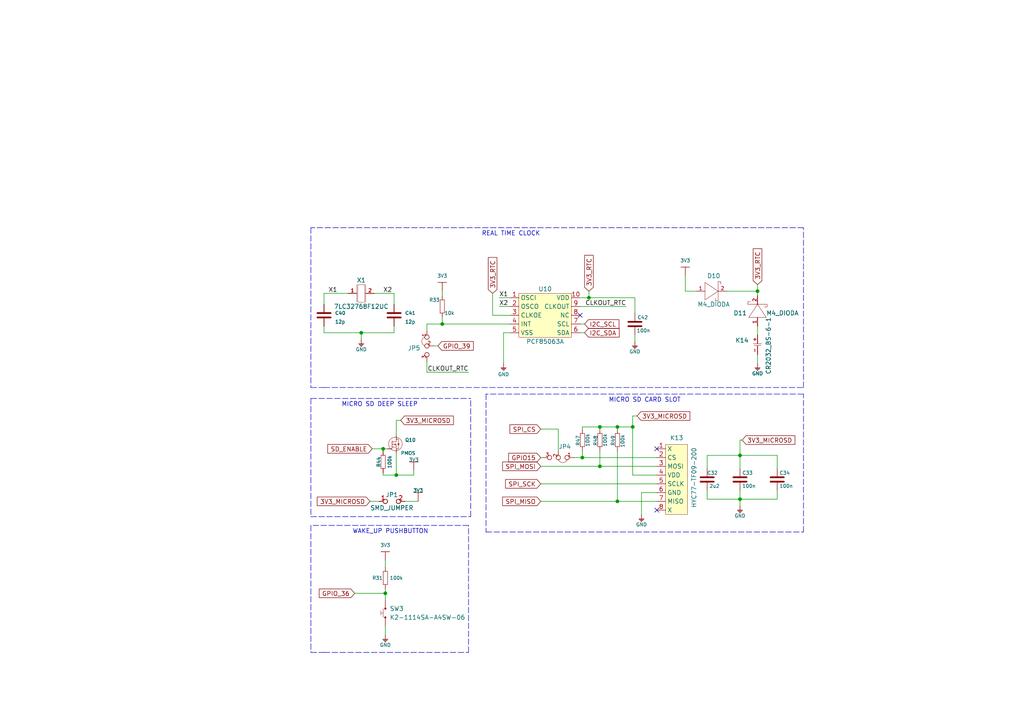
<source format=kicad_sch>
(kicad_sch (version 20211123) (generator eeschema)

  (uuid 8517d222-d98b-4bea-ba28-d603618b338d)

  (paper "A4")

  (title_block
    (title "Soldered Inkplate 6")
    (date "2022-11-16")
    (rev "V1.2.0")
    (company "SOLDERED")
    (comment 1 "333232")
  )

  (lib_symbols
    (symbol "e-radionica.com schematics:0603C" (pin_numbers hide) (pin_names (offset 0.002)) (in_bom yes) (on_board yes)
      (property "Reference" "C" (id 0) (at 0 3.81 0)
        (effects (font (size 1 1)))
      )
      (property "Value" "0603C" (id 1) (at 0 -3.175 0)
        (effects (font (size 1 1)))
      )
      (property "Footprint" "e-radionica.com footprinti:0603C" (id 2) (at 0.635 -4.445 0)
        (effects (font (size 1 1)) hide)
      )
      (property "Datasheet" "" (id 3) (at 0 0 0)
        (effects (font (size 1 1)) hide)
      )
      (symbol "0603C_0_1"
        (polyline
          (pts
            (xy -0.635 1.905)
            (xy -0.635 -1.905)
          )
          (stroke (width 0.5) (type default) (color 0 0 0 0))
          (fill (type none))
        )
        (polyline
          (pts
            (xy 0.635 1.905)
            (xy 0.635 -1.905)
          )
          (stroke (width 0.5) (type default) (color 0 0 0 0))
          (fill (type none))
        )
      )
      (symbol "0603C_1_1"
        (pin passive line (at -3.175 0 0) (length 2.54)
          (name "~" (effects (font (size 1.27 1.27))))
          (number "1" (effects (font (size 1.27 1.27))))
        )
        (pin passive line (at 3.175 0 180) (length 2.54)
          (name "~" (effects (font (size 1.27 1.27))))
          (number "2" (effects (font (size 1.27 1.27))))
        )
      )
    )
    (symbol "e-radionica.com schematics:0603R" (pin_numbers hide) (pin_names (offset 0.254)) (in_bom yes) (on_board yes)
      (property "Reference" "R" (id 0) (at 0 1.27 0)
        (effects (font (size 1 1)))
      )
      (property "Value" "0603R" (id 1) (at 0 -1.905 0)
        (effects (font (size 1 1)))
      )
      (property "Footprint" "e-radionica.com footprinti:0603R" (id 2) (at 0 -3.81 0)
        (effects (font (size 1 1)) hide)
      )
      (property "Datasheet" "" (id 3) (at -0.635 1.905 0)
        (effects (font (size 1 1)) hide)
      )
      (symbol "0603R_0_1"
        (rectangle (start -1.905 -0.635) (end 1.905 -0.6604)
          (stroke (width 0.1) (type default) (color 0 0 0 0))
          (fill (type none))
        )
        (rectangle (start -1.905 0.635) (end -1.8796 -0.635)
          (stroke (width 0.1) (type default) (color 0 0 0 0))
          (fill (type none))
        )
        (rectangle (start -1.905 0.635) (end 1.905 0.6096)
          (stroke (width 0.1) (type default) (color 0 0 0 0))
          (fill (type none))
        )
        (rectangle (start 1.905 0.635) (end 1.9304 -0.635)
          (stroke (width 0.1) (type default) (color 0 0 0 0))
          (fill (type none))
        )
      )
      (symbol "0603R_1_1"
        (pin passive line (at -3.175 0 0) (length 1.27)
          (name "~" (effects (font (size 1.27 1.27))))
          (number "1" (effects (font (size 1.27 1.27))))
        )
        (pin passive line (at 3.175 0 180) (length 1.27)
          (name "~" (effects (font (size 1.27 1.27))))
          (number "2" (effects (font (size 1.27 1.27))))
        )
      )
    )
    (symbol "e-radionica.com schematics:3V3" (power) (pin_names (offset 0)) (in_bom yes) (on_board yes)
      (property "Reference" "#PWR" (id 0) (at 4.445 0 0)
        (effects (font (size 1 1)) hide)
      )
      (property "Value" "3V3" (id 1) (at 0 3.556 0)
        (effects (font (size 1 1)))
      )
      (property "Footprint" "" (id 2) (at 4.445 3.81 0)
        (effects (font (size 1 1)) hide)
      )
      (property "Datasheet" "" (id 3) (at 4.445 3.81 0)
        (effects (font (size 1 1)) hide)
      )
      (property "ki_keywords" "power-flag" (id 4) (at 0 0 0)
        (effects (font (size 1.27 1.27)) hide)
      )
      (property "ki_description" "Power symbol creates a global label with name \"3V3\"" (id 5) (at 0 0 0)
        (effects (font (size 1.27 1.27)) hide)
      )
      (symbol "3V3_0_1"
        (polyline
          (pts
            (xy -1.27 2.54)
            (xy 1.27 2.54)
          )
          (stroke (width 0.16) (type default) (color 0 0 0 0))
          (fill (type none))
        )
        (polyline
          (pts
            (xy 0 0)
            (xy 0 2.54)
          )
          (stroke (width 0) (type default) (color 0 0 0 0))
          (fill (type none))
        )
      )
      (symbol "3V3_1_1"
        (pin power_in line (at 0 0 90) (length 0) hide
          (name "3V3" (effects (font (size 1.27 1.27))))
          (number "1" (effects (font (size 1.27 1.27))))
        )
      )
    )
    (symbol "e-radionica.com schematics:ABS07AIG-32.768KHZ-7-D-T" (in_bom yes) (on_board yes)
      (property "Reference" "X" (id 0) (at 0 3.81 0)
        (effects (font (size 1.27 1.27)))
      )
      (property "Value" "ABS07AIG-32.768KHZ-7-D-T" (id 1) (at 0 -3.81 0)
        (effects (font (size 1.27 1.27)))
      )
      (property "Footprint" "e-radionica.com footprinti:ABS07AIG-32.768KHZ-7-D-T" (id 2) (at 0 0 0)
        (effects (font (size 1.27 1.27)) hide)
      )
      (property "Datasheet" "" (id 3) (at 0 0 0)
        (effects (font (size 1.27 1.27)) hide)
      )
      (symbol "ABS07AIG-32.768KHZ-7-D-T_0_1"
        (polyline
          (pts
            (xy -1.27 2.54)
            (xy -1.27 -2.54)
          )
          (stroke (width 0.0006) (type default) (color 0 0 0 0))
          (fill (type none))
        )
        (polyline
          (pts
            (xy 1.27 2.54)
            (xy 1.27 -2.54)
            (xy 1.27 -1.27)
          )
          (stroke (width 0.0006) (type default) (color 0 0 0 0))
          (fill (type none))
        )
        (polyline
          (pts
            (xy -1.016 2.54)
            (xy -1.016 -2.54)
            (xy 1.016 -2.54)
            (xy 1.016 2.54)
            (xy -1.016 2.54)
            (xy 0.762 2.54)
          )
          (stroke (width 0.0006) (type default) (color 0 0 0 0))
          (fill (type none))
        )
      )
      (symbol "ABS07AIG-32.768KHZ-7-D-T_1_1"
        (pin passive line (at -3.81 0 0) (length 2.54)
          (name "~" (effects (font (size 1 1))))
          (number "1" (effects (font (size 1 1))))
        )
        (pin passive line (at 3.81 0 180) (length 2.54)
          (name "~" (effects (font (size 1 1))))
          (number "2" (effects (font (size 1 1))))
        )
      )
    )
    (symbol "e-radionica.com schematics:CR2032_BS-6-1" (in_bom yes) (on_board yes)
      (property "Reference" "K" (id 0) (at 0 2.54 0)
        (effects (font (size 1.27 1.27)))
      )
      (property "Value" "CR2032_BS-6-1" (id 1) (at 0 -2.54 0)
        (effects (font (size 1.27 1.27)))
      )
      (property "Footprint" "e-radionica.com footprinti:CR2032-BS-6-1" (id 2) (at 0 -5.08 0)
        (effects (font (size 1.27 1.27)) hide)
      )
      (property "Datasheet" "" (id 3) (at 0 0 0)
        (effects (font (size 1.27 1.27)) hide)
      )
      (property "ki_keywords" "CR2032 BS-6" (id 4) (at 0 0 0)
        (effects (font (size 1.27 1.27)) hide)
      )
      (property "ki_description" "CR2032 HOLDER" (id 5) (at 0 0 0)
        (effects (font (size 1.27 1.27)) hide)
      )
      (symbol "CR2032_BS-6-1_0_1"
        (polyline
          (pts
            (xy 0 -1.27)
            (xy 0 1.27)
            (xy 0 -0.762)
          )
          (stroke (width 0.1) (type default) (color 0 0 0 0))
          (fill (type none))
        )
        (polyline
          (pts
            (xy 0.508 1.016)
            (xy 0.508 -1.016)
            (xy 0.508 -0.762)
          )
          (stroke (width 0.1) (type default) (color 0 0 0 0))
          (fill (type none))
        )
      )
      (symbol "CR2032_BS-6-1_1_1"
        (pin input line (at -2.54 0 0) (length 2.54)
          (name "" (effects (font (size 1 1))))
          (number "+" (effects (font (size 1 1))))
        )
        (pin output line (at 3.175 0 180) (length 2.54)
          (name "" (effects (font (size 1 1))))
          (number "-" (effects (font (size 1 1))))
        )
      )
    )
    (symbol "e-radionica.com schematics:GND" (power) (pin_names (offset 0)) (in_bom yes) (on_board yes)
      (property "Reference" "#PWR" (id 0) (at 4.445 0 0)
        (effects (font (size 1 1)) hide)
      )
      (property "Value" "GND" (id 1) (at 0 -2.921 0)
        (effects (font (size 1 1)))
      )
      (property "Footprint" "" (id 2) (at 4.445 3.81 0)
        (effects (font (size 1 1)) hide)
      )
      (property "Datasheet" "" (id 3) (at 4.445 3.81 0)
        (effects (font (size 1 1)) hide)
      )
      (property "ki_keywords" "power-flag" (id 4) (at 0 0 0)
        (effects (font (size 1.27 1.27)) hide)
      )
      (property "ki_description" "Power symbol creates a global label with name \"GND\"" (id 5) (at 0 0 0)
        (effects (font (size 1.27 1.27)) hide)
      )
      (symbol "GND_0_1"
        (polyline
          (pts
            (xy -0.762 -1.27)
            (xy 0.762 -1.27)
          )
          (stroke (width 0.16) (type default) (color 0 0 0 0))
          (fill (type none))
        )
        (polyline
          (pts
            (xy -0.635 -1.524)
            (xy 0.635 -1.524)
          )
          (stroke (width 0.16) (type default) (color 0 0 0 0))
          (fill (type none))
        )
        (polyline
          (pts
            (xy -0.381 -1.778)
            (xy 0.381 -1.778)
          )
          (stroke (width 0.16) (type default) (color 0 0 0 0))
          (fill (type none))
        )
        (polyline
          (pts
            (xy -0.127 -2.032)
            (xy 0.127 -2.032)
          )
          (stroke (width 0.16) (type default) (color 0 0 0 0))
          (fill (type none))
        )
        (polyline
          (pts
            (xy 0 0)
            (xy 0 -1.27)
          )
          (stroke (width 0.16) (type default) (color 0 0 0 0))
          (fill (type none))
        )
      )
      (symbol "GND_1_1"
        (pin power_in line (at 0 0 270) (length 0) hide
          (name "GND" (effects (font (size 1.27 1.27))))
          (number "1" (effects (font (size 1.27 1.27))))
        )
      )
    )
    (symbol "e-radionica.com schematics:HYC77-TF09-200" (in_bom yes) (on_board yes)
      (property "Reference" "K" (id 0) (at 0 11.43 0)
        (effects (font (size 1.27 1.27)))
      )
      (property "Value" "HYC77-TF09-200" (id 1) (at 0 -11.43 0)
        (effects (font (size 1.27 1.27)))
      )
      (property "Footprint" "e-radionica.com footprinti:HYC77-TF09-200" (id 2) (at 0 -13.97 0)
        (effects (font (size 1.27 1.27)) hide)
      )
      (property "Datasheet" "" (id 3) (at -1.27 5.08 0)
        (effects (font (size 1.27 1.27)) hide)
      )
      (property "ki_keywords" "micro SD card holder" (id 4) (at 0 0 0)
        (effects (font (size 1.27 1.27)) hide)
      )
      (property "ki_description" "Micro SDcard holder" (id 5) (at 0 0 0)
        (effects (font (size 1.27 1.27)) hide)
      )
      (symbol "HYC77-TF09-200_0_1"
        (rectangle (start -2.54 10.16) (end 3.81 -10.16)
          (stroke (width 0.1) (type default) (color 0 0 0 0))
          (fill (type background))
        )
      )
      (symbol "HYC77-TF09-200_1_1"
        (pin bidirectional line (at -5.08 8.89 0) (length 2.54)
          (name "X" (effects (font (size 1.27 1.27))))
          (number "1" (effects (font (size 1.27 1.27))))
        )
        (pin bidirectional line (at -5.08 6.35 0) (length 2.54)
          (name "CS" (effects (font (size 1.27 1.27))))
          (number "2" (effects (font (size 1.27 1.27))))
        )
        (pin bidirectional line (at -5.08 3.81 0) (length 2.54)
          (name "MOSI" (effects (font (size 1.27 1.27))))
          (number "3" (effects (font (size 1.27 1.27))))
        )
        (pin bidirectional line (at -5.08 1.27 0) (length 2.54)
          (name "VDD" (effects (font (size 1.27 1.27))))
          (number "4" (effects (font (size 1.27 1.27))))
        )
        (pin bidirectional line (at -5.08 -1.27 0) (length 2.54)
          (name "SCLK" (effects (font (size 1.27 1.27))))
          (number "5" (effects (font (size 1.27 1.27))))
        )
        (pin bidirectional line (at -5.08 -3.81 0) (length 2.54)
          (name "GND" (effects (font (size 1.27 1.27))))
          (number "6" (effects (font (size 1.27 1.27))))
        )
        (pin bidirectional line (at -5.08 -6.35 0) (length 2.54)
          (name "MISO" (effects (font (size 1.27 1.27))))
          (number "7" (effects (font (size 1.27 1.27))))
        )
        (pin bidirectional line (at -5.08 -8.89 0) (length 2.54)
          (name "X" (effects (font (size 1.27 1.27))))
          (number "8" (effects (font (size 1.27 1.27))))
        )
      )
    )
    (symbol "e-radionica.com schematics:K2-1114SA-A4SW-06" (pin_numbers hide) (pin_names hide) (in_bom yes) (on_board yes)
      (property "Reference" "SW" (id 0) (at 0 2.54 0)
        (effects (font (size 1.27 1.27)))
      )
      (property "Value" "K2-1114SA-A4SW-06" (id 1) (at 0 -2.54 0)
        (effects (font (size 1.27 1.27)))
      )
      (property "Footprint" "e-radionica.com footprinti:K2-1114SA-A4SW-06" (id 2) (at 0 -5.08 0)
        (effects (font (size 1.27 1.27)) hide)
      )
      (property "Datasheet" "" (id 3) (at 1.27 17.78 0)
        (effects (font (size 1.27 1.27)) hide)
      )
      (symbol "K2-1114SA-A4SW-06_0_1"
        (circle (center -1.27 0) (radius 0.254)
          (stroke (width 0.001) (type default) (color 0 0 0 0))
          (fill (type outline))
        )
        (polyline
          (pts
            (xy -1.27 0.635)
            (xy 1.27 0.635)
          )
          (stroke (width 0.1) (type default) (color 0 0 0 0))
          (fill (type none))
        )
        (polyline
          (pts
            (xy 0 0.635)
            (xy 0 1.27)
          )
          (stroke (width 0.0006) (type default) (color 0 0 0 0))
          (fill (type none))
        )
        (polyline
          (pts
            (xy 0.635 1.27)
            (xy -0.635 1.27)
          )
          (stroke (width 0.1) (type default) (color 0 0 0 0))
          (fill (type none))
        )
        (circle (center 1.27 0) (radius 0.254)
          (stroke (width 0.001) (type default) (color 0 0 0 0))
          (fill (type outline))
        )
      )
      (symbol "K2-1114SA-A4SW-06_1_1"
        (pin passive line (at -3.81 0 0) (length 2.54)
          (name "~" (effects (font (size 1 1))))
          (number "1" (effects (font (size 1 1))))
        )
        (pin passive line (at 3.81 0 180) (length 2.54)
          (name "~" (effects (font (size 1 1))))
          (number "2" (effects (font (size 1 1))))
        )
      )
    )
    (symbol "e-radionica.com schematics:M4_DIODA" (pin_names hide) (in_bom yes) (on_board yes)
      (property "Reference" "D" (id 0) (at 0 3.81 0)
        (effects (font (size 1.27 1.27)))
      )
      (property "Value" "M4_DIODA" (id 1) (at 0 -4.572 0)
        (effects (font (size 1.27 1.27)))
      )
      (property "Footprint" "e-radionica.com footprinti:M4_DIODA" (id 2) (at 0 -6.35 0)
        (effects (font (size 1.27 1.27)) hide)
      )
      (property "Datasheet" "" (id 3) (at 0 0 0)
        (effects (font (size 1.27 1.27)) hide)
      )
      (symbol "M4_DIODA_0_1"
        (polyline
          (pts
            (xy -2.54 2.54)
            (xy -2.54 -2.54)
            (xy 1.27 0)
            (xy -2.54 2.54)
          )
          (stroke (width 0.1) (type default) (color 0 0 0 0))
          (fill (type none))
        )
        (polyline
          (pts
            (xy 1.27 2.794)
            (xy 1.27 -2.794)
            (xy 0.508 -2.794)
            (xy 0.508 -2.032)
          )
          (stroke (width 0.1) (type default) (color 0 0 0 0))
          (fill (type none))
        )
        (polyline
          (pts
            (xy 1.27 2.794)
            (xy 2.032 2.794)
            (xy 2.032 2.032)
            (xy 2.032 2.54)
          )
          (stroke (width 0.1) (type default) (color 0 0 0 0))
          (fill (type none))
        )
      )
      (symbol "M4_DIODA_1_1"
        (pin passive line (at -5.08 0 0) (length 2.54)
          (name "A" (effects (font (size 1 1))))
          (number "1" (effects (font (size 1 1))))
        )
        (pin passive line (at 3.81 0 180) (length 2.54)
          (name "K" (effects (font (size 1 1))))
          (number "2" (effects (font (size 1 1))))
        )
      )
    )
    (symbol "e-radionica.com schematics:PCF85063A" (in_bom yes) (on_board yes)
      (property "Reference" "U" (id 0) (at 0 7.62 0)
        (effects (font (size 1.27 1.27)))
      )
      (property "Value" "PCF85063A" (id 1) (at 0 -7.62 0)
        (effects (font (size 1.27 1.27)))
      )
      (property "Footprint" "e-radionica.com footprinti:PCF85063A" (id 2) (at 0 -10.16 0)
        (effects (font (size 1.27 1.27)) hide)
      )
      (property "Datasheet" "" (id 3) (at -6.35 2.54 0)
        (effects (font (size 1.27 1.27)) hide)
      )
      (symbol "PCF85063A_0_1"
        (rectangle (start -7.62 6.35) (end 7.62 -6.35)
          (stroke (width 0.1) (type default) (color 0 0 0 0))
          (fill (type background))
        )
      )
      (symbol "PCF85063A_1_1"
        (pin passive line (at -10.16 5.08 0) (length 2.54)
          (name "OSCI" (effects (font (size 1.27 1.27))))
          (number "1" (effects (font (size 1.27 1.27))))
        )
        (pin passive line (at 10.16 5.08 180) (length 2.54)
          (name "VDD" (effects (font (size 1.27 1.27))))
          (number "10" (effects (font (size 1.27 1.27))))
        )
        (pin passive line (at -10.16 2.54 0) (length 2.54)
          (name "OSCO" (effects (font (size 1.27 1.27))))
          (number "2" (effects (font (size 1.27 1.27))))
        )
        (pin passive line (at -10.16 0 0) (length 2.54)
          (name "CLKOE" (effects (font (size 1.27 1.27))))
          (number "3" (effects (font (size 1.27 1.27))))
        )
        (pin passive line (at -10.16 -2.54 0) (length 2.54)
          (name "INT" (effects (font (size 1.27 1.27))))
          (number "4" (effects (font (size 1.27 1.27))))
        )
        (pin passive line (at -10.16 -5.08 0) (length 2.54)
          (name "VSS" (effects (font (size 1.27 1.27))))
          (number "5" (effects (font (size 1.27 1.27))))
        )
        (pin passive line (at 10.16 -5.08 180) (length 2.54)
          (name "SDA" (effects (font (size 1.27 1.27))))
          (number "6" (effects (font (size 1.27 1.27))))
        )
        (pin passive line (at 10.16 -2.54 180) (length 2.54)
          (name "SCL" (effects (font (size 1.27 1.27))))
          (number "7" (effects (font (size 1.27 1.27))))
        )
        (pin passive line (at 10.16 0 180) (length 2.54)
          (name "NC" (effects (font (size 1.27 1.27))))
          (number "8" (effects (font (size 1.27 1.27))))
        )
        (pin passive line (at 10.16 2.54 180) (length 2.54)
          (name "CLKOUT" (effects (font (size 1.27 1.27))))
          (number "9" (effects (font (size 1.27 1.27))))
        )
      )
    )
    (symbol "e-radionica.com schematics:PMOS-SOT-23-3" (pin_numbers hide) (pin_names hide) (in_bom yes) (on_board yes)
      (property "Reference" "Q" (id 0) (at -1.27 2.54 0)
        (effects (font (size 1 1)))
      )
      (property "Value" "PMOS-SOT-23-3" (id 1) (at 0.381 -4.064 0)
        (effects (font (size 1 1)))
      )
      (property "Footprint" "e-radionica.com footprinti:SOT-23-3" (id 2) (at 1.27 -7.62 0)
        (effects (font (size 1 1)) hide)
      )
      (property "Datasheet" "" (id 3) (at 0 0 0)
        (effects (font (size 1 1)) hide)
      )
      (symbol "PMOS-SOT-23-3_0_1"
        (polyline
          (pts
            (xy 0 -1.27)
            (xy 0 1.016)
          )
          (stroke (width 0.1) (type default) (color 0 0 0 0))
          (fill (type none))
        )
        (polyline
          (pts
            (xy 0.254 -1.016)
            (xy 0.254 -0.508)
          )
          (stroke (width 0.1) (type default) (color 0 0 0 0))
          (fill (type none))
        )
        (polyline
          (pts
            (xy 0.254 -0.762)
            (xy 1.27 -0.762)
          )
          (stroke (width 0.1) (type default) (color 0 0 0 0))
          (fill (type none))
        )
        (polyline
          (pts
            (xy 0.254 -0.254)
            (xy 0.254 0.254)
          )
          (stroke (width 0.1) (type default) (color 0 0 0 0))
          (fill (type none))
        )
        (polyline
          (pts
            (xy 0.254 0.762)
            (xy 1.27 0.762)
          )
          (stroke (width 0.1) (type default) (color 0 0 0 0))
          (fill (type none))
        )
        (polyline
          (pts
            (xy 0.254 1.016)
            (xy 0.254 0.508)
          )
          (stroke (width 0.1) (type default) (color 0 0 0 0))
          (fill (type none))
        )
        (polyline
          (pts
            (xy 1.27 -1.27)
            (xy 1.27 -0.762)
          )
          (stroke (width 0.1) (type default) (color 0 0 0 0))
          (fill (type none))
        )
        (polyline
          (pts
            (xy 1.27 0.762)
            (xy 1.27 1.27)
          )
          (stroke (width 0.1) (type default) (color 0 0 0 0))
          (fill (type none))
        )
        (polyline
          (pts
            (xy 2.159 -0.127)
            (xy 1.651 -0.127)
          )
          (stroke (width 0.1) (type default) (color 0 0 0 0))
          (fill (type none))
        )
        (polyline
          (pts
            (xy 2.159 0.254)
            (xy 1.905 -0.127)
          )
          (stroke (width 0.1) (type default) (color 0 0 0 0))
          (fill (type none))
        )
        (polyline
          (pts
            (xy 0.254 0)
            (xy 1.27 0)
            (xy 1.27 -0.762)
          )
          (stroke (width 0.1) (type default) (color 0 0 0 0))
          (fill (type none))
        )
        (polyline
          (pts
            (xy 2.159 0.254)
            (xy 1.651 0.254)
            (xy 1.905 -0.127)
          )
          (stroke (width 0.1) (type default) (color 0 0 0 0))
          (fill (type none))
        )
        (polyline
          (pts
            (xy 1.143 0)
            (xy 0.889 -0.254)
            (xy 0.889 0.254)
            (xy 1.143 0)
          )
          (stroke (width 0.1) (type default) (color 0 0 0 0))
          (fill (type none))
        )
        (polyline
          (pts
            (xy 1.27 -1.27)
            (xy 1.905 -1.27)
            (xy 1.905 1.524)
            (xy 1.27 1.524)
          )
          (stroke (width 0.1) (type default) (color 0 0 0 0))
          (fill (type none))
        )
        (circle (center 1.016 0.127) (radius 1.9716)
          (stroke (width 0.1) (type default) (color 0 0 0 0))
          (fill (type none))
        )
      )
      (symbol "PMOS-SOT-23-3_1_1"
        (pin passive line (at -1.27 -1.27 0) (length 1.27)
          (name "G" (effects (font (size 1 1))))
          (number "1" (effects (font (size 1 1))))
        )
        (pin passive line (at 1.27 -2.54 90) (length 1.27)
          (name "S" (effects (font (size 1 1))))
          (number "2" (effects (font (size 1 1))))
        )
        (pin passive line (at 1.27 2.54 270) (length 1.27)
          (name "D" (effects (font (size 1 1))))
          (number "3" (effects (font (size 1 1))))
        )
      )
    )
    (symbol "e-radionica.com schematics:SMD_JUMPER" (in_bom yes) (on_board yes)
      (property "Reference" "JP" (id 0) (at 0 1.397 0)
        (effects (font (size 1.27 1.27)))
      )
      (property "Value" "SMD_JUMPER" (id 1) (at 0 -2.54 0)
        (effects (font (size 1.27 1.27)))
      )
      (property "Footprint" "e-radionica.com footprinti:SMD_JUMPER" (id 2) (at 0 -5.08 0)
        (effects (font (size 1.27 1.27)) hide)
      )
      (property "Datasheet" "" (id 3) (at 0 0 0)
        (effects (font (size 1.27 1.27)) hide)
      )
      (symbol "SMD_JUMPER_1_1"
        (pin passive inverted (at -3.81 0 0) (length 2.54)
          (name "" (effects (font (size 1.27 1.27))))
          (number "1" (effects (font (size 1.27 1.27))))
        )
        (pin passive inverted (at 3.81 0 180) (length 2.54)
          (name "" (effects (font (size 1.27 1.27))))
          (number "2" (effects (font (size 1.27 1.27))))
        )
      )
    )
    (symbol "e-radionica.com schematics:SMD_JUMPER_3_PAD_CONNECTED_LEFT_TRACE" (in_bom yes) (on_board yes)
      (property "Reference" "JP" (id 0) (at 0 3.81 0)
        (effects (font (size 1.27 1.27)))
      )
      (property "Value" "SMD_JUMPER_3_PAD_CONNECTED_LEFT_TRACE" (id 1) (at -1.27 -7.62 0)
        (effects (font (size 1.27 1.27)) hide)
      )
      (property "Footprint" "e-radionica.com footprinti:SMD_JUMPER_3_PAD_CONNECTED_LEFT_TRACE" (id 2) (at 2.54 -12.7 0)
        (effects (font (size 1.27 1.27)) hide)
      )
      (property "Datasheet" "" (id 3) (at 0 0 0)
        (effects (font (size 1.27 1.27)) hide)
      )
      (symbol "SMD_JUMPER_3_PAD_CONNECTED_LEFT_TRACE_0_1"
        (arc (start -0.635 0.5842) (mid -1.9346 1.472) (end -3.2512 0.6096)
          (stroke (width 0.1) (type default) (color 0 0 0 0))
          (fill (type none))
        )
      )
      (symbol "SMD_JUMPER_3_PAD_CONNECTED_LEFT_TRACE_1_1"
        (pin passive inverted (at -5.08 0 0) (length 2.54)
          (name "" (effects (font (size 1 1))))
          (number "1" (effects (font (size 1 1))))
        )
        (pin passive inverted (at -0.635 -1.905 90) (length 2.54)
          (name "" (effects (font (size 1 1))))
          (number "2" (effects (font (size 1 1))))
        )
        (pin passive inverted (at 3.81 0 180) (length 2.54)
          (name "" (effects (font (size 1 1))))
          (number "3" (effects (font (size 1 1))))
        )
      )
    )
  )

  (junction (at 214.63 132.08) (diameter 0) (color 0 0 0 0)
    (uuid 037d1da8-a7ce-4740-8b00-cdb7e2ed474a)
  )
  (junction (at 114.935 137.795) (diameter 0) (color 0 0 0 0)
    (uuid 145154a3-9016-4258-98cc-481e8e7c0c98)
  )
  (junction (at 128.27 93.98) (diameter 0) (color 0 0 0 0)
    (uuid 25694bd6-7192-41b1-ac51-df7d338879c5)
  )
  (junction (at 183.515 123.825) (diameter 0) (color 0 0 0 0)
    (uuid 26794834-fbc9-4f1a-8e79-d1df0c7b5766)
  )
  (junction (at 219.71 84.455) (diameter 0) (color 0 0 0 0)
    (uuid 2709b768-ac3e-4887-b994-6c645ea2b4ee)
  )
  (junction (at 168.91 132.715) (diameter 0) (color 0 0 0 0)
    (uuid 337aa00a-9d29-41fd-8874-5151fa0b4c28)
  )
  (junction (at 104.775 96.52) (diameter 0) (color 0 0 0 0)
    (uuid 3490fa91-0a97-448d-ae88-82975c4858a1)
  )
  (junction (at 173.99 135.255) (diameter 0) (color 0 0 0 0)
    (uuid 4c0048e9-e81e-41f5-a5d5-056b3ed37235)
  )
  (junction (at 214.63 144.78) (diameter 0) (color 0 0 0 0)
    (uuid 9bcf769c-a1a2-4e74-bbff-37c16524dba4)
  )
  (junction (at 170.815 86.36) (diameter 0) (color 0 0 0 0)
    (uuid a651aa53-27fc-459f-b68e-a6e21bb7b89a)
  )
  (junction (at 111.125 130.175) (diameter 0) (color 0 0 0 0)
    (uuid adfe7a22-6331-42e5-b066-567f3927582c)
  )
  (junction (at 111.76 172.085) (diameter 0) (color 0 0 0 0)
    (uuid d09d565e-50b9-4b7f-b5ea-8c3766567ef0)
  )
  (junction (at 179.07 145.415) (diameter 0) (color 0 0 0 0)
    (uuid ef08a920-491d-4ca1-8de6-7fe62018b0d6)
  )
  (junction (at 179.07 123.825) (diameter 0) (color 0 0 0 0)
    (uuid f5646d02-c6d3-4d99-baca-8d453565ff1c)
  )
  (junction (at 173.99 123.825) (diameter 0) (color 0 0 0 0)
    (uuid fc6d50ca-d47f-448a-b320-eac981f2ba84)
  )

  (no_connect (at 168.275 91.44) (uuid 1dbbb0bf-cef8-4cdb-b915-4650b1b76622))
  (no_connect (at 190.5 147.955) (uuid 4342c1e5-840a-4ede-8ac1-126def085048))
  (no_connect (at 190.5 130.175) (uuid 4342c1e5-840a-4ede-8ac1-126def085049))

  (wire (pts (xy 128.27 84.455) (xy 128.27 85.725))
    (stroke (width 0) (type default) (color 0 0 0 0))
    (uuid 0284bd3c-0272-4a5b-9c3c-f47ab1c52f4c)
  )
  (wire (pts (xy 128.27 93.98) (xy 147.955 93.98))
    (stroke (width 0) (type default) (color 0 0 0 0))
    (uuid 05520e18-0b66-4577-8a33-025b8c57de88)
  )
  (wire (pts (xy 173.99 130.81) (xy 173.99 135.255))
    (stroke (width 0) (type default) (color 0 0 0 0))
    (uuid 07ba638a-9b76-4f37-a3a6-d5a17ffb1a5c)
  )
  (wire (pts (xy 225.425 132.08) (xy 214.63 132.08))
    (stroke (width 0) (type default) (color 0 0 0 0))
    (uuid 0f014e45-7322-421f-9ea0-c3021885bfa7)
  )
  (polyline (pts (xy 90.17 112.395) (xy 93.98 112.395))
    (stroke (width 0) (type default) (color 0 0 0 0))
    (uuid 0f6d7e9f-e562-4ec5-87c3-9a887bda0639)
  )

  (wire (pts (xy 156.845 140.335) (xy 190.5 140.335))
    (stroke (width 0) (type default) (color 0 0 0 0))
    (uuid 180592ed-9166-432c-a02c-68cc1ffe6ae2)
  )
  (wire (pts (xy 166.37 132.715) (xy 168.91 132.715))
    (stroke (width 0) (type default) (color 0 0 0 0))
    (uuid 194b1366-cc9f-400b-b11d-b3831a1137e8)
  )
  (wire (pts (xy 161.925 124.46) (xy 161.925 130.81))
    (stroke (width 0) (type default) (color 0 0 0 0))
    (uuid 1ba697b3-b8fb-4af9-b2aa-8bf71b8fd1ac)
  )
  (wire (pts (xy 111.76 170.815) (xy 111.76 172.085))
    (stroke (width 0) (type default) (color 0 0 0 0))
    (uuid 1bbf1151-22e9-4453-97d0-e795ba5d4d4d)
  )
  (polyline (pts (xy 90.17 189.23) (xy 93.98 189.23))
    (stroke (width 0) (type default) (color 0 0 0 0))
    (uuid 1d28f9f4-3e80-4e55-9021-3ea0f25ea909)
  )
  (polyline (pts (xy 140.97 114.3) (xy 140.97 154.305))
    (stroke (width 0) (type default) (color 0 0 0 0))
    (uuid 2166b24e-75a9-405c-99a6-9d4438a275e2)
  )

  (wire (pts (xy 205.105 135.89) (xy 205.105 132.08))
    (stroke (width 0) (type default) (color 0 0 0 0))
    (uuid 25700ad6-bf12-46da-a470-1794f20c4223)
  )
  (wire (pts (xy 214.63 146.685) (xy 214.63 144.78))
    (stroke (width 0) (type default) (color 0 0 0 0))
    (uuid 26bfc8f3-2b89-48c4-9a1b-8f7cdf5c0e38)
  )
  (wire (pts (xy 183.515 123.825) (xy 179.07 123.825))
    (stroke (width 0) (type default) (color 0 0 0 0))
    (uuid 2a710cb9-1be1-4731-ba3d-371ada106bd7)
  )
  (wire (pts (xy 219.71 102.87) (xy 219.71 105.41))
    (stroke (width 0) (type default) (color 0 0 0 0))
    (uuid 2c56f6b6-1f9c-4651-a5eb-9470fdad857d)
  )
  (wire (pts (xy 114.935 131.445) (xy 114.935 137.795))
    (stroke (width 0) (type default) (color 0 0 0 0))
    (uuid 2d0239f0-608b-43f7-8039-8c9b1d847de6)
  )
  (wire (pts (xy 93.98 96.52) (xy 104.775 96.52))
    (stroke (width 0) (type default) (color 0 0 0 0))
    (uuid 2f7c259d-83ec-4822-a077-a1aa3dc60288)
  )
  (wire (pts (xy 111.76 162.56) (xy 111.76 164.465))
    (stroke (width 0) (type default) (color 0 0 0 0))
    (uuid 32ae8678-85bf-46a6-a596-84d5637693fb)
  )
  (wire (pts (xy 123.825 93.98) (xy 123.825 95.885))
    (stroke (width 0) (type default) (color 0 0 0 0))
    (uuid 36735e3b-8da6-45d7-a280-88d1c0705089)
  )
  (polyline (pts (xy 233.045 154.305) (xy 233.045 114.3))
    (stroke (width 0) (type default) (color 0 0 0 0))
    (uuid 370c6fd6-9371-409b-b0a6-b5400d97c1f1)
  )

  (wire (pts (xy 111.125 130.175) (xy 112.395 130.175))
    (stroke (width 0) (type default) (color 0 0 0 0))
    (uuid 3e73e395-4e4f-4698-a18e-565d22c657d5)
  )
  (wire (pts (xy 219.71 94.615) (xy 219.71 97.155))
    (stroke (width 0) (type default) (color 0 0 0 0))
    (uuid 401ed61f-1667-42c1-b688-c9b0ed25af4a)
  )
  (wire (pts (xy 168.275 93.98) (xy 169.545 93.98))
    (stroke (width 0) (type default) (color 0 0 0 0))
    (uuid 407e4cc7-b814-4310-93e9-eeee7d98ab16)
  )
  (wire (pts (xy 179.07 130.81) (xy 179.07 145.415))
    (stroke (width 0) (type default) (color 0 0 0 0))
    (uuid 40bb6801-0e9f-4762-8c96-5815417936e3)
  )
  (wire (pts (xy 104.775 96.52) (xy 104.775 98.425))
    (stroke (width 0) (type default) (color 0 0 0 0))
    (uuid 41b400f6-1c16-471f-ade7-515809b4d08f)
  )
  (wire (pts (xy 190.5 142.875) (xy 186.055 142.875))
    (stroke (width 0) (type default) (color 0 0 0 0))
    (uuid 43c28c7c-8e31-411b-88e0-ee0e61c4739c)
  )
  (wire (pts (xy 183.515 123.825) (xy 183.515 137.795))
    (stroke (width 0) (type default) (color 0 0 0 0))
    (uuid 44e5ec55-ab01-4337-9701-ccd1c753722b)
  )
  (wire (pts (xy 184.15 90.805) (xy 184.15 86.36))
    (stroke (width 0) (type default) (color 0 0 0 0))
    (uuid 4694cf54-470e-4bf5-92cd-1b3a891f3b7e)
  )
  (wire (pts (xy 156.845 145.415) (xy 179.07 145.415))
    (stroke (width 0) (type default) (color 0 0 0 0))
    (uuid 4753a5ae-071d-43dc-bcdd-433611ba806f)
  )
  (wire (pts (xy 144.78 88.9) (xy 147.955 88.9))
    (stroke (width 0) (type default) (color 0 0 0 0))
    (uuid 4af0e3da-e478-412d-9ad4-3b11b0ead97f)
  )
  (polyline (pts (xy 90.17 115.57) (xy 136.525 115.57))
    (stroke (width 0) (type default) (color 0 0 0 0))
    (uuid 4d9fbc34-99ac-42df-af06-9c61a19a6104)
  )

  (wire (pts (xy 108.585 85.09) (xy 114.3 85.09))
    (stroke (width 0) (type default) (color 0 0 0 0))
    (uuid 4f7edc96-63bd-4710-bb2e-dbcb4f28cccf)
  )
  (polyline (pts (xy 93.98 112.395) (xy 233.045 112.395))
    (stroke (width 0) (type default) (color 0 0 0 0))
    (uuid 52f60a67-e15b-4bbb-b2d7-f4f798429c8d)
  )

  (wire (pts (xy 186.055 142.875) (xy 186.055 149.225))
    (stroke (width 0) (type default) (color 0 0 0 0))
    (uuid 544e27b3-ca2d-4f6a-9563-d99d883697ae)
  )
  (wire (pts (xy 128.27 92.075) (xy 128.27 93.98))
    (stroke (width 0) (type default) (color 0 0 0 0))
    (uuid 567ea273-b6d4-4e6a-abdf-57c2a3fac26d)
  )
  (wire (pts (xy 168.91 123.825) (xy 173.99 123.825))
    (stroke (width 0) (type default) (color 0 0 0 0))
    (uuid 5698c156-85ba-4d3b-96b8-027f8bc92b1d)
  )
  (wire (pts (xy 168.91 123.825) (xy 168.91 124.46))
    (stroke (width 0) (type default) (color 0 0 0 0))
    (uuid 5aa7df66-b934-48d2-88f7-b3bd090e8e51)
  )
  (wire (pts (xy 205.105 144.78) (xy 214.63 144.78))
    (stroke (width 0) (type default) (color 0 0 0 0))
    (uuid 5d77d764-2ebd-4b2e-9f7a-f2b33800d7a3)
  )
  (polyline (pts (xy 233.045 66.04) (xy 90.17 66.04))
    (stroke (width 0) (type default) (color 0 0 0 0))
    (uuid 612f54ee-15d1-4c8e-bddd-c732272ed686)
  )

  (wire (pts (xy 111.125 137.16) (xy 111.125 137.795))
    (stroke (width 0) (type default) (color 0 0 0 0))
    (uuid 62835e43-b6d4-4604-bad5-5182e486da41)
  )
  (wire (pts (xy 111.76 181.61) (xy 111.76 184.15))
    (stroke (width 0) (type default) (color 0 0 0 0))
    (uuid 630e80f5-c7af-4564-b90f-024b9e3024f9)
  )
  (wire (pts (xy 184.785 120.65) (xy 183.515 120.65))
    (stroke (width 0) (type default) (color 0 0 0 0))
    (uuid 67b8f339-4f3d-4a6d-8136-e4a46c2a4c08)
  )
  (wire (pts (xy 93.98 94.615) (xy 93.98 96.52))
    (stroke (width 0) (type default) (color 0 0 0 0))
    (uuid 68f0d5a0-7345-4b89-b665-7a3725b68183)
  )
  (polyline (pts (xy 90.17 152.4) (xy 90.17 189.23))
    (stroke (width 0) (type default) (color 0 0 0 0))
    (uuid 696f5cd4-0607-4a66-9663-0195ec98d425)
  )

  (wire (pts (xy 142.875 85.09) (xy 142.875 91.44))
    (stroke (width 0) (type default) (color 0 0 0 0))
    (uuid 6c7403d0-80e0-4fb9-838b-d20578d3cc32)
  )
  (wire (pts (xy 114.935 121.92) (xy 116.205 121.92))
    (stroke (width 0) (type default) (color 0 0 0 0))
    (uuid 6ef8ed9d-1157-4114-807a-63ac9d391f6e)
  )
  (wire (pts (xy 179.07 145.415) (xy 190.5 145.415))
    (stroke (width 0) (type default) (color 0 0 0 0))
    (uuid 73b544d7-dfd6-42d1-ad33-fd30bfd529f0)
  )
  (polyline (pts (xy 233.045 114.3) (xy 140.97 114.3))
    (stroke (width 0) (type default) (color 0 0 0 0))
    (uuid 746e4392-6305-4a14-a5c5-9c8f8bcfdcbd)
  )
  (polyline (pts (xy 90.17 115.57) (xy 90.17 149.86))
    (stroke (width 0) (type default) (color 0 0 0 0))
    (uuid 767fbcda-d4a4-46b5-9829-cb192805a317)
  )

  (wire (pts (xy 147.955 91.44) (xy 142.875 91.44))
    (stroke (width 0) (type default) (color 0 0 0 0))
    (uuid 78568a78-8f1e-4146-a4c5-f82f215090c1)
  )
  (wire (pts (xy 173.99 135.255) (xy 190.5 135.255))
    (stroke (width 0) (type default) (color 0 0 0 0))
    (uuid 78722818-d97f-45a2-b277-7991da45ef22)
  )
  (wire (pts (xy 120.015 136.525) (xy 120.015 137.795))
    (stroke (width 0) (type default) (color 0 0 0 0))
    (uuid 79f2d723-4782-483f-b606-391be611c32d)
  )
  (wire (pts (xy 214.63 142.24) (xy 214.63 144.78))
    (stroke (width 0) (type default) (color 0 0 0 0))
    (uuid 7a246260-aac9-436d-b294-6a638c9e67fe)
  )
  (wire (pts (xy 168.275 96.52) (xy 169.545 96.52))
    (stroke (width 0) (type default) (color 0 0 0 0))
    (uuid 7a87c1e3-916c-476b-86d0-3fa25168c91b)
  )
  (wire (pts (xy 183.515 137.795) (xy 190.5 137.795))
    (stroke (width 0) (type default) (color 0 0 0 0))
    (uuid 7a8b5c56-7aa6-441d-958e-892b73e92d19)
  )
  (polyline (pts (xy 233.045 112.395) (xy 233.045 66.04))
    (stroke (width 0) (type default) (color 0 0 0 0))
    (uuid 7e4f4742-f305-4dd8-8cc7-8d28590b03c8)
  )

  (wire (pts (xy 93.98 85.09) (xy 93.98 88.265))
    (stroke (width 0) (type default) (color 0 0 0 0))
    (uuid 7e5f2cde-997c-4bdc-92d7-a8c375e294b5)
  )
  (wire (pts (xy 120.015 137.795) (xy 114.935 137.795))
    (stroke (width 0) (type default) (color 0 0 0 0))
    (uuid 81d46faf-cd5b-41b7-b115-c18f466d771b)
  )
  (wire (pts (xy 168.91 130.81) (xy 168.91 132.715))
    (stroke (width 0) (type default) (color 0 0 0 0))
    (uuid 829331f3-4fb7-4fb3-b55c-ee41fdad1af0)
  )
  (wire (pts (xy 168.275 88.9) (xy 181.61 88.9))
    (stroke (width 0) (type default) (color 0 0 0 0))
    (uuid 861daa92-b5c3-4805-ba21-14db2b92e9be)
  )
  (wire (pts (xy 225.425 144.78) (xy 214.63 144.78))
    (stroke (width 0) (type default) (color 0 0 0 0))
    (uuid 876d3395-0390-45dc-a84d-0e633c79d5c4)
  )
  (wire (pts (xy 170.815 86.36) (xy 168.275 86.36))
    (stroke (width 0) (type default) (color 0 0 0 0))
    (uuid 8a350e44-0839-4573-81fb-c604233597ff)
  )
  (wire (pts (xy 205.105 142.24) (xy 205.105 144.78))
    (stroke (width 0) (type default) (color 0 0 0 0))
    (uuid 8cd3c447-47de-4a58-926c-c84ffc8b1da0)
  )
  (wire (pts (xy 156.845 132.715) (xy 157.48 132.715))
    (stroke (width 0) (type default) (color 0 0 0 0))
    (uuid 97163312-d3dd-456a-a2a6-922a13623987)
  )
  (wire (pts (xy 173.99 123.825) (xy 173.99 124.46))
    (stroke (width 0) (type default) (color 0 0 0 0))
    (uuid 9a98dd97-38db-4c8b-9f29-f9a2cd0730b3)
  )
  (polyline (pts (xy 135.89 189.23) (xy 135.89 152.4))
    (stroke (width 0) (type default) (color 0 0 0 0))
    (uuid 9c591b5a-61a3-4093-8b7d-d14711d4d30f)
  )

  (wire (pts (xy 107.315 145.415) (xy 109.855 145.415))
    (stroke (width 0) (type default) (color 0 0 0 0))
    (uuid 9db51f03-431d-4485-9b16-7c4bcc0f64b7)
  )
  (wire (pts (xy 205.105 132.08) (xy 214.63 132.08))
    (stroke (width 0) (type default) (color 0 0 0 0))
    (uuid a0b22331-55a5-4a19-9712-eb0cebf22c22)
  )
  (wire (pts (xy 214.63 132.08) (xy 214.63 135.89))
    (stroke (width 0) (type default) (color 0 0 0 0))
    (uuid a411dabe-dd9c-4afa-809b-dbe73df5107b)
  )
  (wire (pts (xy 114.935 126.365) (xy 114.935 121.92))
    (stroke (width 0) (type default) (color 0 0 0 0))
    (uuid ac8aaf0e-a6c7-418a-b176-4032bfe2be92)
  )
  (wire (pts (xy 111.125 130.175) (xy 111.125 130.81))
    (stroke (width 0) (type default) (color 0 0 0 0))
    (uuid ad89d661-a316-4279-b37f-07c93532c671)
  )
  (polyline (pts (xy 90.17 149.86) (xy 136.525 149.86))
    (stroke (width 0) (type default) (color 0 0 0 0))
    (uuid b3e1588a-adc7-4a7b-a7c5-dc0986ba4ca9)
  )

  (wire (pts (xy 117.475 145.415) (xy 121.285 145.415))
    (stroke (width 0) (type default) (color 0 0 0 0))
    (uuid b452654c-0af9-452a-9138-4303c0e3ebb7)
  )
  (wire (pts (xy 123.825 93.98) (xy 128.27 93.98))
    (stroke (width 0) (type default) (color 0 0 0 0))
    (uuid b66e1dc4-efa1-4771-89b0-5e51b9422e7c)
  )
  (wire (pts (xy 184.15 86.36) (xy 170.815 86.36))
    (stroke (width 0) (type default) (color 0 0 0 0))
    (uuid badde149-217c-4102-8c3e-5cb44ad367ca)
  )
  (wire (pts (xy 104.775 96.52) (xy 114.3 96.52))
    (stroke (width 0) (type default) (color 0 0 0 0))
    (uuid bae5ed81-4541-4e2d-9833-09ce2e70291a)
  )
  (wire (pts (xy 107.95 130.175) (xy 111.125 130.175))
    (stroke (width 0) (type default) (color 0 0 0 0))
    (uuid bafb552e-736d-4d46-943b-7a792067c0dd)
  )
  (wire (pts (xy 170.815 84.455) (xy 170.815 86.36))
    (stroke (width 0) (type default) (color 0 0 0 0))
    (uuid bc1de204-87a3-43f5-9c9c-ab0941c88a1f)
  )
  (wire (pts (xy 179.07 123.825) (xy 179.07 124.46))
    (stroke (width 0) (type default) (color 0 0 0 0))
    (uuid bc521328-cba3-4cbc-aac2-e7398a0d4500)
  )
  (polyline (pts (xy 136.525 149.86) (xy 136.525 115.57))
    (stroke (width 0) (type default) (color 0 0 0 0))
    (uuid bce4f02a-a7d6-4f11-85fa-03551ebb988c)
  )

  (wire (pts (xy 219.71 82.55) (xy 219.71 84.455))
    (stroke (width 0) (type default) (color 0 0 0 0))
    (uuid bcf36d6f-e967-4114-9673-34b47eb3325b)
  )
  (wire (pts (xy 144.78 86.36) (xy 147.955 86.36))
    (stroke (width 0) (type default) (color 0 0 0 0))
    (uuid bdae45a5-c1a7-4560-b467-82f973662bc1)
  )
  (wire (pts (xy 146.05 96.52) (xy 146.05 105.41))
    (stroke (width 0) (type default) (color 0 0 0 0))
    (uuid be10f278-320b-4354-bb83-54699e81b058)
  )
  (wire (pts (xy 179.07 123.825) (xy 173.99 123.825))
    (stroke (width 0) (type default) (color 0 0 0 0))
    (uuid c1e77ddc-3315-4812-bf13-c4baaebb73e1)
  )
  (wire (pts (xy 225.425 142.24) (xy 225.425 144.78))
    (stroke (width 0) (type default) (color 0 0 0 0))
    (uuid c1ed0051-0c05-4376-996b-0432ebafc5bf)
  )
  (polyline (pts (xy 140.97 154.305) (xy 233.045 154.305))
    (stroke (width 0) (type default) (color 0 0 0 0))
    (uuid c552b9be-b62e-4b01-b3ba-4a4e905e255b)
  )
  (polyline (pts (xy 93.98 189.23) (xy 135.89 189.23))
    (stroke (width 0) (type default) (color 0 0 0 0))
    (uuid c5f3d368-0e95-4318-a6d0-53c9b0dd8622)
  )

  (wire (pts (xy 215.265 127.635) (xy 214.63 127.635))
    (stroke (width 0) (type default) (color 0 0 0 0))
    (uuid c71d4ef6-429d-4315-9728-949584018053)
  )
  (wire (pts (xy 111.125 137.795) (xy 114.935 137.795))
    (stroke (width 0) (type default) (color 0 0 0 0))
    (uuid ccd0b7a5-7700-48d9-8e18-eb73cdd5e64c)
  )
  (wire (pts (xy 198.755 80.01) (xy 198.755 84.455))
    (stroke (width 0) (type default) (color 0 0 0 0))
    (uuid d179352b-8aaf-4766-9143-eeac813c98f5)
  )
  (wire (pts (xy 214.63 127.635) (xy 214.63 132.08))
    (stroke (width 0) (type default) (color 0 0 0 0))
    (uuid d327bc74-2be5-4dcf-92e1-92cd249bb72f)
  )
  (wire (pts (xy 123.825 107.95) (xy 135.89 107.95))
    (stroke (width 0) (type default) (color 0 0 0 0))
    (uuid d34455be-b94d-4afe-aeae-13222b374ec6)
  )
  (wire (pts (xy 111.76 172.085) (xy 111.76 173.99))
    (stroke (width 0) (type default) (color 0 0 0 0))
    (uuid d42cdadc-c502-4c59-a5a2-36e7536fffd9)
  )
  (wire (pts (xy 198.755 84.455) (xy 201.93 84.455))
    (stroke (width 0) (type default) (color 0 0 0 0))
    (uuid d49979b8-f8c0-4b71-b019-93209c4e779c)
  )
  (wire (pts (xy 156.845 124.46) (xy 161.925 124.46))
    (stroke (width 0) (type default) (color 0 0 0 0))
    (uuid d6c47c22-5d36-4848-b1bd-b56d015634a3)
  )
  (wire (pts (xy 114.3 94.615) (xy 114.3 96.52))
    (stroke (width 0) (type default) (color 0 0 0 0))
    (uuid de718cb8-2067-49d5-94ea-fc609103e37d)
  )
  (wire (pts (xy 225.425 135.89) (xy 225.425 132.08))
    (stroke (width 0) (type default) (color 0 0 0 0))
    (uuid df4eb967-9cea-45e2-bfeb-1c99fa66119f)
  )
  (wire (pts (xy 147.955 96.52) (xy 146.05 96.52))
    (stroke (width 0) (type default) (color 0 0 0 0))
    (uuid e0d56873-0aed-4dbc-b5e3-710c2c0057d2)
  )
  (wire (pts (xy 183.515 120.65) (xy 183.515 123.825))
    (stroke (width 0) (type default) (color 0 0 0 0))
    (uuid e2a49d70-d9fb-446a-ac35-cffdaad8e141)
  )
  (polyline (pts (xy 135.89 152.4) (xy 90.17 152.4))
    (stroke (width 0) (type default) (color 0 0 0 0))
    (uuid e404f9b6-0dbd-42c0-a039-2309d736468a)
  )
  (polyline (pts (xy 90.17 66.04) (xy 90.17 112.395))
    (stroke (width 0) (type default) (color 0 0 0 0))
    (uuid f0ba893b-d6b8-47b0-81f2-7944c9c9e983)
  )

  (wire (pts (xy 156.845 135.255) (xy 173.99 135.255))
    (stroke (width 0) (type default) (color 0 0 0 0))
    (uuid f0f18aef-9843-4888-ab52-2548b27ec453)
  )
  (wire (pts (xy 93.98 85.09) (xy 100.965 85.09))
    (stroke (width 0) (type default) (color 0 0 0 0))
    (uuid f12f79b2-fb8e-4d18-9bb4-aba73059c4de)
  )
  (wire (pts (xy 127 100.33) (xy 125.73 100.33))
    (stroke (width 0) (type default) (color 0 0 0 0))
    (uuid f264a1e3-422d-4e50-b1f4-e72f612ee83a)
  )
  (wire (pts (xy 102.87 172.085) (xy 111.76 172.085))
    (stroke (width 0) (type default) (color 0 0 0 0))
    (uuid f32d0882-a552-438c-a02b-14747ce34d5b)
  )
  (wire (pts (xy 114.3 85.09) (xy 114.3 88.265))
    (stroke (width 0) (type default) (color 0 0 0 0))
    (uuid f62f037e-2926-4264-a919-b3d97faef1e0)
  )
  (wire (pts (xy 219.71 84.455) (xy 219.71 85.725))
    (stroke (width 0) (type default) (color 0 0 0 0))
    (uuid f67a7c69-f8bc-440b-a21a-f4fc1b8f8651)
  )
  (wire (pts (xy 123.825 104.775) (xy 123.825 107.95))
    (stroke (width 0) (type default) (color 0 0 0 0))
    (uuid f9165662-b027-45aa-9938-284b44769ddd)
  )
  (wire (pts (xy 184.15 97.155) (xy 184.15 99.06))
    (stroke (width 0) (type default) (color 0 0 0 0))
    (uuid fc28f805-8466-41a3-8eec-3648689732f7)
  )
  (wire (pts (xy 210.82 84.455) (xy 219.71 84.455))
    (stroke (width 0) (type default) (color 0 0 0 0))
    (uuid fec504e2-b018-4ba3-8f64-79efe81ded34)
  )
  (wire (pts (xy 168.91 132.715) (xy 190.5 132.715))
    (stroke (width 0) (type default) (color 0 0 0 0))
    (uuid ff897c56-b8b2-4bcd-a8f1-bf374e08fa58)
  )

  (text "MICRO SD CARD SLOT" (at 176.53 116.84 0)
    (effects (font (size 1.27 1.27)) (justify left bottom))
    (uuid 58299bc8-18b7-4569-ac93-93eb7561bee1)
  )
  (text "REAL TIME CLOCK" (at 139.7 68.58 0)
    (effects (font (size 1.27 1.27)) (justify left bottom))
    (uuid 6f12b695-7bf5-4072-87f0-2f918b59c8b3)
  )
  (text "MICRO SD DEEP SLEEP\n" (at 99.06 118.11 0)
    (effects (font (size 1.27 1.27)) (justify left bottom))
    (uuid 845d55d7-da59-403f-baaf-2b87592fe663)
  )
  (text "WAKE_UP PUSHBUTTON" (at 102.235 154.94 0)
    (effects (font (size 1.27 1.27)) (justify left bottom))
    (uuid d0cd0821-1f7a-4063-9462-a62da3f3ddca)
  )

  (label "X1" (at 144.78 86.36 0)
    (effects (font (size 1.27 1.27)) (justify left bottom))
    (uuid 0f3f575a-7748-4ac7-a1df-99b69e9bb8fd)
  )
  (label "X2" (at 144.78 88.9 0)
    (effects (font (size 1.27 1.27)) (justify left bottom))
    (uuid 33f16c0b-43f0-4994-9d51-7bb07057f28e)
  )
  (label "CLKOUT_RTC" (at 135.89 107.95 180)
    (effects (font (size 1.27 1.27)) (justify right bottom))
    (uuid 40909a23-5c35-4cf1-9192-70580d256062)
  )
  (label "X1" (at 95.25 85.09 0)
    (effects (font (size 1.27 1.27)) (justify left bottom))
    (uuid 8f04715f-9cb1-44ab-bb2b-6353e68934cb)
  )
  (label "CLKOUT_RTC" (at 181.61 88.9 180)
    (effects (font (size 1.27 1.27)) (justify right bottom))
    (uuid bd47230f-2884-4b8e-a268-e75d23bb8dbb)
  )
  (label "X2" (at 111.125 85.09 0)
    (effects (font (size 1.27 1.27)) (justify left bottom))
    (uuid e9b55c96-ea76-4259-ab66-6b7e617247dc)
  )

  (global_label "GPIO_39" (shape input) (at 127 100.33 0) (fields_autoplaced)
    (effects (font (size 1.27 1.27)) (justify left))
    (uuid 07ae8b2e-b94d-4e79-b19b-ef2d6cdb9d80)
    (property "Intersheet References" "${INTERSHEET_REFS}" (id 0) (at 137.275 100.2506 0)
      (effects (font (size 1.27 1.27)) (justify left) hide)
    )
  )
  (global_label "SPI_MOSI" (shape input) (at 156.845 135.255 180) (fields_autoplaced)
    (effects (font (size 1.27 1.27)) (justify right))
    (uuid 15e1b527-0114-4bf2-9701-827eb476abf5)
    (property "Intersheet References" "${INTERSHEET_REFS}" (id 0) (at 145.7838 135.1756 0)
      (effects (font (size 1.27 1.27)) (justify right) hide)
    )
  )
  (global_label "I2C_SDA" (shape input) (at 169.545 96.52 0) (fields_autoplaced)
    (effects (font (size 1.27 1.27)) (justify left))
    (uuid 406ed8e7-9017-4d31-a28c-d225e7dd2d86)
    (property "Intersheet References" "${INTERSHEET_REFS}" (id 0) (at 179.5781 96.4406 0)
      (effects (font (size 1.27 1.27)) (justify left) hide)
    )
  )
  (global_label "SD_ENABLE" (shape input) (at 107.95 130.175 180) (fields_autoplaced)
    (effects (font (size 1.27 1.27)) (justify right))
    (uuid 509647f4-f2ab-4378-87d5-9b5299d8d35d)
    (property "Intersheet References" "${INTERSHEET_REFS}" (id 0) (at 95.0745 130.0956 0)
      (effects (font (size 1.27 1.27)) (justify right) hide)
    )
  )
  (global_label "SPI_CS" (shape input) (at 156.845 124.46 180) (fields_autoplaced)
    (effects (font (size 1.27 1.27)) (justify right))
    (uuid 53ed1a63-1891-4236-8041-f123d26e9019)
    (property "Intersheet References" "${INTERSHEET_REFS}" (id 0) (at 147.9005 124.3806 0)
      (effects (font (size 1.27 1.27)) (justify right) hide)
    )
  )
  (global_label "3V3_RTC" (shape input) (at 170.815 84.455 90) (fields_autoplaced)
    (effects (font (size 1.27 1.27)) (justify left))
    (uuid 67ae616b-4862-44fd-aa55-ac5ebe26b6f5)
    (property "Intersheet References" "${INTERSHEET_REFS}" (id 0) (at 170.7356 74.059 90)
      (effects (font (size 1.27 1.27)) (justify left) hide)
    )
  )
  (global_label "I2C_SCL" (shape input) (at 169.545 93.98 0) (fields_autoplaced)
    (effects (font (size 1.27 1.27)) (justify left))
    (uuid 7e2b53ad-9b14-4dbd-ad55-20dae240eb96)
    (property "Intersheet References" "${INTERSHEET_REFS}" (id 0) (at 179.5176 93.9006 0)
      (effects (font (size 1.27 1.27)) (justify left) hide)
    )
  )
  (global_label "GPIO_36" (shape input) (at 102.87 172.085 180) (fields_autoplaced)
    (effects (font (size 1.27 1.27)) (justify right))
    (uuid 8146926b-be77-4d76-864d-f13a967ae017)
    (property "Intersheet References" "${INTERSHEET_REFS}" (id 0) (at 92.595 172.1644 0)
      (effects (font (size 1.27 1.27)) (justify right) hide)
    )
  )
  (global_label "3V3_RTC" (shape input) (at 219.71 82.55 90) (fields_autoplaced)
    (effects (font (size 1.27 1.27)) (justify left))
    (uuid 844353f5-e810-434d-a222-f4b507bc7f04)
    (property "Intersheet References" "${INTERSHEET_REFS}" (id 0) (at 219.6306 72.154 90)
      (effects (font (size 1.27 1.27)) (justify left) hide)
    )
  )
  (global_label "3V3_MICROSD" (shape input) (at 215.265 127.635 0) (fields_autoplaced)
    (effects (font (size 1.27 1.27)) (justify left))
    (uuid 8900eef2-11a5-45d3-ba8b-3ffbea3c4667)
    (property "Intersheet References" "${INTERSHEET_REFS}" (id 0) (at 230.5595 127.5556 0)
      (effects (font (size 1.27 1.27)) (justify left) hide)
    )
  )
  (global_label "SPI_SCK" (shape input) (at 156.845 140.335 180) (fields_autoplaced)
    (effects (font (size 1.27 1.27)) (justify right))
    (uuid 986812b6-93bd-4c16-98a6-969aba111812)
    (property "Intersheet References" "${INTERSHEET_REFS}" (id 0) (at 146.6305 140.2556 0)
      (effects (font (size 1.27 1.27)) (justify right) hide)
    )
  )
  (global_label "3V3_MICROSD" (shape input) (at 107.315 145.415 180) (fields_autoplaced)
    (effects (font (size 1.27 1.27)) (justify right))
    (uuid a31dac67-2ce1-4236-8499-17b28c1e344f)
    (property "Intersheet References" "${INTERSHEET_REFS}" (id 0) (at 92.0205 145.4944 0)
      (effects (font (size 1.27 1.27)) (justify right) hide)
    )
  )
  (global_label "3V3_MICROSD" (shape input) (at 184.785 120.65 0) (fields_autoplaced)
    (effects (font (size 1.27 1.27)) (justify left))
    (uuid a3e0d1e2-1e1c-4732-8905-149484b1642d)
    (property "Intersheet References" "${INTERSHEET_REFS}" (id 0) (at 200.0795 120.5706 0)
      (effects (font (size 1.27 1.27)) (justify left) hide)
    )
  )
  (global_label "3V3_RTC" (shape input) (at 142.875 85.09 90) (fields_autoplaced)
    (effects (font (size 1.27 1.27)) (justify left))
    (uuid abc733ea-9a69-4649-a74e-69783b165844)
    (property "Intersheet References" "${INTERSHEET_REFS}" (id 0) (at 142.7956 74.694 90)
      (effects (font (size 1.27 1.27)) (justify left) hide)
    )
  )
  (global_label "GPIO15" (shape input) (at 156.845 132.715 180) (fields_autoplaced)
    (effects (font (size 1.27 1.27)) (justify right))
    (uuid c67e239f-4756-4343-b94c-c46d6000fa06)
    (property "Intersheet References" "${INTERSHEET_REFS}" (id 0) (at 147.5376 132.6356 0)
      (effects (font (size 1.27 1.27)) (justify right) hide)
    )
  )
  (global_label "3V3_MICROSD" (shape input) (at 116.205 121.92 0) (fields_autoplaced)
    (effects (font (size 1.27 1.27)) (justify left))
    (uuid d5ee0ac0-7383-4e0a-abf7-9df8b0364c6b)
    (property "Intersheet References" "${INTERSHEET_REFS}" (id 0) (at 131.4995 121.8406 0)
      (effects (font (size 1.27 1.27)) (justify left) hide)
    )
  )
  (global_label "SPI_MISO" (shape input) (at 156.845 145.415 180) (fields_autoplaced)
    (effects (font (size 1.27 1.27)) (justify right))
    (uuid ee4bea2a-a4fa-4518-b4c6-cf4be82c68cf)
    (property "Intersheet References" "${INTERSHEET_REFS}" (id 0) (at 145.7838 145.3356 0)
      (effects (font (size 1.27 1.27)) (justify right) hide)
    )
  )

  (symbol (lib_id "e-radionica.com schematics:0603R") (at 111.76 167.64 90) (unit 1)
    (in_bom yes) (on_board yes)
    (uuid 06ccb6cb-5f1f-4d67-8c4f-bf82cc74aa4f)
    (property "Reference" "R31" (id 0) (at 107.95 167.64 90)
      (effects (font (size 1 1)) (justify right))
    )
    (property "Value" "100k" (id 1) (at 113.03 167.64 90)
      (effects (font (size 1 1)) (justify right))
    )
    (property "Footprint" "e-radionica.com footprinti:0603R" (id 2) (at 115.57 167.64 0)
      (effects (font (size 1 1)) hide)
    )
    (property "Datasheet" "" (id 3) (at 109.855 168.275 0)
      (effects (font (size 1 1)) hide)
    )
    (pin "1" (uuid 4401182a-2552-4f07-9e59-e8f0e7aaa390))
    (pin "2" (uuid b0dc383f-1df8-423d-a074-15222659f4f8))
  )

  (symbol (lib_id "e-radionica.com schematics:0603C") (at 93.98 91.44 90) (unit 1)
    (in_bom yes) (on_board yes) (fields_autoplaced)
    (uuid 090fe587-4d7f-4660-85ed-d084bfb9c23e)
    (property "Reference" "C40" (id 0) (at 97.155 90.805 90)
      (effects (font (size 1 1)) (justify right))
    )
    (property "Value" "12p" (id 1) (at 97.155 93.345 90)
      (effects (font (size 1 1)) (justify right))
    )
    (property "Footprint" "e-radionica.com footprinti:0603C" (id 2) (at 98.425 90.805 0)
      (effects (font (size 1 1)) hide)
    )
    (property "Datasheet" "" (id 3) (at 93.98 91.44 0)
      (effects (font (size 1 1)) hide)
    )
    (pin "1" (uuid 1b7a2cd0-8382-4ea6-81b2-923dd539ae08))
    (pin "2" (uuid 4af0f6d9-f4ac-4616-8c73-00a3fa2593be))
  )

  (symbol (lib_id "e-radionica.com schematics:3V3") (at 128.27 84.455 0) (unit 1)
    (in_bom yes) (on_board yes) (fields_autoplaced)
    (uuid 0cda05ba-cbdb-40da-bc07-e46d765a75e5)
    (property "Reference" "#PWR0113" (id 0) (at 132.715 84.455 0)
      (effects (font (size 1 1)) hide)
    )
    (property "Value" "3V3" (id 1) (at 128.27 80.01 0)
      (effects (font (size 1 1)))
    )
    (property "Footprint" "" (id 2) (at 132.715 80.645 0)
      (effects (font (size 1 1)) hide)
    )
    (property "Datasheet" "" (id 3) (at 132.715 80.645 0)
      (effects (font (size 1 1)) hide)
    )
    (pin "1" (uuid 0e3eabe1-a014-48d9-9c47-62bf4bfc395f))
  )

  (symbol (lib_id "e-radionica.com schematics:SMD_JUMPER") (at 113.665 145.415 0) (unit 1)
    (in_bom yes) (on_board yes)
    (uuid 0db74f21-3eac-4b9e-8d77-d4a556037300)
    (property "Reference" "JP1" (id 0) (at 113.665 143.51 0))
    (property "Value" "SMD_JUMPER" (id 1) (at 113.665 147.32 0))
    (property "Footprint" "e-radionica.com footprinti:SMD_JUMPER" (id 2) (at 113.665 150.495 0)
      (effects (font (size 1.27 1.27)) hide)
    )
    (property "Datasheet" "" (id 3) (at 113.665 145.415 0)
      (effects (font (size 1.27 1.27)) hide)
    )
    (pin "1" (uuid 472d0607-7da0-4976-b990-1a464a56da15))
    (pin "2" (uuid 060435d1-f947-4bbf-83d4-5d93ac872d18))
  )

  (symbol (lib_id "e-radionica.com schematics:SMD_JUMPER_3_PAD_CONNECTED_LEFT_TRACE") (at 161.29 132.715 180) (unit 1)
    (in_bom yes) (on_board yes)
    (uuid 10604d81-49a6-49ae-a300-235ab0988133)
    (property "Reference" "JP4" (id 0) (at 163.83 129.54 0))
    (property "Value" "SMD_JUMPER_3_PAD_CONNECTED_LEFT_TRACE" (id 1) (at 162.56 125.095 0)
      (effects (font (size 1.27 1.27)) hide)
    )
    (property "Footprint" "e-radionica.com footprinti:SMD_JUMPER_3_PAD_CONNECTED_LEFT_TRACE" (id 2) (at 158.75 120.015 0)
      (effects (font (size 1.27 1.27)) hide)
    )
    (property "Datasheet" "" (id 3) (at 161.29 132.715 0)
      (effects (font (size 1.27 1.27)) hide)
    )
    (pin "1" (uuid 922cedc7-6ed2-40cb-ac27-bb6508f4ac25))
    (pin "2" (uuid ee62a078-89d1-40ef-b86e-f1c725e28750))
    (pin "3" (uuid b2d402fd-84c8-40bb-b9bc-44d996768b41))
  )

  (symbol (lib_id "e-radionica.com schematics:GND") (at 186.055 149.225 0) (unit 1)
    (in_bom yes) (on_board yes)
    (uuid 1255e693-f03a-41df-837e-e4c7dff55739)
    (property "Reference" "#PWR0204" (id 0) (at 190.5 149.225 0)
      (effects (font (size 1 1)) hide)
    )
    (property "Value" "GND" (id 1) (at 186.055 152.146 0)
      (effects (font (size 1 1)))
    )
    (property "Footprint" "" (id 2) (at 190.5 145.415 0)
      (effects (font (size 1 1)) hide)
    )
    (property "Datasheet" "" (id 3) (at 190.5 145.415 0)
      (effects (font (size 1 1)) hide)
    )
    (pin "1" (uuid 10726491-1351-42ee-b7cc-a9ad69d37e28))
  )

  (symbol (lib_id "e-radionica.com schematics:0603R") (at 168.91 127.635 90) (unit 1)
    (in_bom yes) (on_board yes)
    (uuid 23ee1125-e598-4072-9358-957f5e7078d0)
    (property "Reference" "R47" (id 0) (at 167.64 126.238 0)
      (effects (font (size 1 1)) (justify right))
    )
    (property "Value" "100k" (id 1) (at 170.434 125.73 0)
      (effects (font (size 1 1)) (justify right))
    )
    (property "Footprint" "e-radionica.com footprinti:0603R" (id 2) (at 172.72 127.635 0)
      (effects (font (size 1 1)) hide)
    )
    (property "Datasheet" "" (id 3) (at 167.005 128.27 0)
      (effects (font (size 1 1)) hide)
    )
    (pin "1" (uuid 5a0e1b57-f6fc-429e-985a-3c4d53fa374a))
    (pin "2" (uuid 2ee5c50b-7dad-4e16-a2e2-6c69c0768385))
  )

  (symbol (lib_id "e-radionica.com schematics:GND") (at 219.71 105.41 0) (unit 1)
    (in_bom yes) (on_board yes)
    (uuid 257c2205-be03-4109-b6df-0ff4b2afee11)
    (property "Reference" "#PWR0206" (id 0) (at 224.155 105.41 0)
      (effects (font (size 1 1)) hide)
    )
    (property "Value" "GND" (id 1) (at 219.71 108.331 0)
      (effects (font (size 1 1)))
    )
    (property "Footprint" "" (id 2) (at 224.155 101.6 0)
      (effects (font (size 1 1)) hide)
    )
    (property "Datasheet" "" (id 3) (at 224.155 101.6 0)
      (effects (font (size 1 1)) hide)
    )
    (pin "1" (uuid 990834ac-99d2-4c3c-83a3-72e57c868183))
  )

  (symbol (lib_id "e-radionica.com schematics:PCF85063A") (at 158.115 91.44 0) (unit 1)
    (in_bom yes) (on_board yes)
    (uuid 34a48513-9edd-4dc0-b500-a11f03cb9583)
    (property "Reference" "U10" (id 0) (at 158.115 83.82 0))
    (property "Value" "PCF85063A" (id 1) (at 158.115 99.06 0))
    (property "Footprint" "e-radionica.com footprinti:PCF85063A" (id 2) (at 158.115 101.6 0)
      (effects (font (size 1.27 1.27)) hide)
    )
    (property "Datasheet" "" (id 3) (at 151.765 88.9 0)
      (effects (font (size 1.27 1.27)) hide)
    )
    (pin "1" (uuid 17b675f1-6712-4244-b1d2-748e0f4a219f))
    (pin "10" (uuid bd6b6967-1a55-4a48-b0d4-b6e04ee00561))
    (pin "2" (uuid bd7a496f-96b1-42c9-a287-dc69918d1d09))
    (pin "3" (uuid 50d2193a-24cf-4401-88bf-740596d8eb5d))
    (pin "4" (uuid b94778f8-c4d3-4808-8e21-71b7634b62d1))
    (pin "5" (uuid de2f69ce-39a8-4e1f-997c-71987e8db0e4))
    (pin "6" (uuid cbd64945-5571-45b3-ad19-143c1bf63ee3))
    (pin "7" (uuid e8d5c56d-e0b9-4848-92a4-aededc63548a))
    (pin "8" (uuid 41601596-550e-4c70-b2d3-70741c79f898))
    (pin "9" (uuid 2e77bb29-9bb0-4fa6-86ce-5f4545699d89))
  )

  (symbol (lib_id "e-radionica.com schematics:0603C") (at 225.425 139.065 90) (unit 1)
    (in_bom yes) (on_board yes)
    (uuid 3ae8569c-ff16-4aa0-8b4e-f9eb3114269b)
    (property "Reference" "C34" (id 0) (at 226.06 137.16 90)
      (effects (font (size 1 1)) (justify right))
    )
    (property "Value" "100n" (id 1) (at 226.06 140.97 90)
      (effects (font (size 1 1)) (justify right))
    )
    (property "Footprint" "e-radionica.com footprinti:0603C" (id 2) (at 229.87 138.43 0)
      (effects (font (size 1 1)) hide)
    )
    (property "Datasheet" "" (id 3) (at 225.425 139.065 0)
      (effects (font (size 1 1)) hide)
    )
    (pin "1" (uuid 3ff554e2-628d-4dcb-a2be-5e0b1d237273))
    (pin "2" (uuid 941d1cdd-fbcb-442a-b650-e53731e47a89))
  )

  (symbol (lib_id "e-radionica.com schematics:M4_DIODA") (at 219.71 89.535 90) (unit 1)
    (in_bom yes) (on_board yes)
    (uuid 3eff3989-fb42-47f2-a21a-46f1f100e63f)
    (property "Reference" "D11" (id 0) (at 212.725 90.805 90)
      (effects (font (size 1.27 1.27)) (justify right))
    )
    (property "Value" "M4_DIODA" (id 1) (at 222.25 90.805 90)
      (effects (font (size 1.27 1.27)) (justify right))
    )
    (property "Footprint" "e-radionica.com footprinti:M4_DIODA" (id 2) (at 226.06 89.535 0)
      (effects (font (size 1.27 1.27)) hide)
    )
    (property "Datasheet" "" (id 3) (at 219.71 89.535 0)
      (effects (font (size 1.27 1.27)) hide)
    )
    (pin "1" (uuid 497457f3-7b69-42d6-824a-67ecde5edca4))
    (pin "2" (uuid 2f83a406-2adb-4488-9cab-d4dc57510df6))
  )

  (symbol (lib_id "e-radionica.com schematics:GND") (at 184.15 99.06 0) (unit 1)
    (in_bom yes) (on_board yes)
    (uuid 428b6a7c-d9ac-4710-a40c-fbb39b879c0d)
    (property "Reference" "#PWR0208" (id 0) (at 188.595 99.06 0)
      (effects (font (size 1 1)) hide)
    )
    (property "Value" "GND" (id 1) (at 184.15 101.981 0)
      (effects (font (size 1 1)))
    )
    (property "Footprint" "" (id 2) (at 188.595 95.25 0)
      (effects (font (size 1 1)) hide)
    )
    (property "Datasheet" "" (id 3) (at 188.595 95.25 0)
      (effects (font (size 1 1)) hide)
    )
    (pin "1" (uuid 9d22486f-5298-4210-a652-bc25533f4818))
  )

  (symbol (lib_id "e-radionica.com schematics:M4_DIODA") (at 207.01 84.455 0) (unit 1)
    (in_bom yes) (on_board yes)
    (uuid 47bcf63a-4ddb-4683-9cc2-6b1917948163)
    (property "Reference" "D10" (id 0) (at 207.01 80.01 0))
    (property "Value" "M4_DIODA" (id 1) (at 207.01 88.265 0))
    (property "Footprint" "e-radionica.com footprinti:M4_DIODA" (id 2) (at 207.01 90.805 0)
      (effects (font (size 1.27 1.27)) hide)
    )
    (property "Datasheet" "" (id 3) (at 207.01 84.455 0)
      (effects (font (size 1.27 1.27)) hide)
    )
    (pin "1" (uuid 14b312f2-48a4-401f-b12a-6d6c01ddea98))
    (pin "2" (uuid 582ce60f-0fb4-4540-8924-92867146ac94))
  )

  (symbol (lib_id "e-radionica.com schematics:0603R") (at 179.07 127.635 90) (unit 1)
    (in_bom yes) (on_board yes)
    (uuid 543dbfa4-ca30-442d-8c0f-7ad5ea4624de)
    (property "Reference" "R49" (id 0) (at 177.8 126.238 0)
      (effects (font (size 1 1)) (justify right))
    )
    (property "Value" "100k" (id 1) (at 180.594 125.984 0)
      (effects (font (size 1 1)) (justify right))
    )
    (property "Footprint" "e-radionica.com footprinti:0603R" (id 2) (at 182.88 127.635 0)
      (effects (font (size 1 1)) hide)
    )
    (property "Datasheet" "" (id 3) (at 177.165 128.27 0)
      (effects (font (size 1 1)) hide)
    )
    (pin "1" (uuid a5bf3719-59bd-4b28-86e5-b13514fb536e))
    (pin "2" (uuid 896294f0-473e-4cf9-83e3-d50cd3dc3ea3))
  )

  (symbol (lib_id "e-radionica.com schematics:3V3") (at 120.015 136.525 0) (unit 1)
    (in_bom yes) (on_board yes)
    (uuid 6d7a484d-71df-4de8-a34a-1a3c4a56a94d)
    (property "Reference" "#PWR0226" (id 0) (at 124.46 136.525 0)
      (effects (font (size 1 1)) hide)
    )
    (property "Value" "3V3" (id 1) (at 120.015 133.35 0)
      (effects (font (size 1 1)))
    )
    (property "Footprint" "" (id 2) (at 124.46 132.715 0)
      (effects (font (size 1 1)) hide)
    )
    (property "Datasheet" "" (id 3) (at 124.46 132.715 0)
      (effects (font (size 1 1)) hide)
    )
    (pin "1" (uuid b9afd653-439c-45fa-8fe0-14ab688247ce))
  )

  (symbol (lib_id "e-radionica.com schematics:3V3") (at 198.755 80.01 0) (unit 1)
    (in_bom yes) (on_board yes) (fields_autoplaced)
    (uuid 6fd1dec3-251b-4d66-9c63-61f86c7a4ed7)
    (property "Reference" "#PWR0260" (id 0) (at 203.2 80.01 0)
      (effects (font (size 1 1)) hide)
    )
    (property "Value" "3V3" (id 1) (at 198.755 75.565 0)
      (effects (font (size 1 1)))
    )
    (property "Footprint" "" (id 2) (at 203.2 76.2 0)
      (effects (font (size 1 1)) hide)
    )
    (property "Datasheet" "" (id 3) (at 203.2 76.2 0)
      (effects (font (size 1 1)) hide)
    )
    (pin "1" (uuid a00defff-ada3-4ec4-bffe-cb6cb8bb5c25))
  )

  (symbol (lib_id "e-radionica.com schematics:0603C") (at 205.105 139.065 90) (unit 1)
    (in_bom yes) (on_board yes)
    (uuid 760abc9b-953b-40ad-b0fd-9085add7ccd5)
    (property "Reference" "C32" (id 0) (at 205.105 137.16 90)
      (effects (font (size 1 1)) (justify right))
    )
    (property "Value" "2u2" (id 1) (at 205.74 140.97 90)
      (effects (font (size 1 1)) (justify right))
    )
    (property "Footprint" "e-radionica.com footprinti:0603C" (id 2) (at 209.55 138.43 0)
      (effects (font (size 1 1)) hide)
    )
    (property "Datasheet" "" (id 3) (at 205.105 139.065 0)
      (effects (font (size 1 1)) hide)
    )
    (pin "1" (uuid d55a21f3-b0a4-41ab-850d-31de7908afab))
    (pin "2" (uuid fc2bbf4a-d18e-4af2-95a5-e5547929297f))
  )

  (symbol (lib_id "e-radionica.com schematics:0603C") (at 114.3 91.44 90) (unit 1)
    (in_bom yes) (on_board yes) (fields_autoplaced)
    (uuid 803387b9-823a-4fb9-a287-3aea11c9ac66)
    (property "Reference" "C41" (id 0) (at 117.475 90.805 90)
      (effects (font (size 1 1)) (justify right))
    )
    (property "Value" "12p" (id 1) (at 117.475 93.345 90)
      (effects (font (size 1 1)) (justify right))
    )
    (property "Footprint" "e-radionica.com footprinti:0603C" (id 2) (at 118.745 90.805 0)
      (effects (font (size 1 1)) hide)
    )
    (property "Datasheet" "" (id 3) (at 114.3 91.44 0)
      (effects (font (size 1 1)) hide)
    )
    (pin "1" (uuid f3d7ee62-7115-4c98-8683-4125059eecce))
    (pin "2" (uuid ee28849a-ba9c-4a24-bbe9-a8cea65ea51f))
  )

  (symbol (lib_id "e-radionica.com schematics:GND") (at 111.76 184.15 0) (unit 1)
    (in_bom yes) (on_board yes)
    (uuid 86006c62-7b68-4565-92f1-d7aa0392f948)
    (property "Reference" "#PWR0207" (id 0) (at 116.205 184.15 0)
      (effects (font (size 1 1)) hide)
    )
    (property "Value" "GND" (id 1) (at 111.76 187.071 0)
      (effects (font (size 1 1)))
    )
    (property "Footprint" "" (id 2) (at 116.205 180.34 0)
      (effects (font (size 1 1)) hide)
    )
    (property "Datasheet" "" (id 3) (at 116.205 180.34 0)
      (effects (font (size 1 1)) hide)
    )
    (pin "1" (uuid 6d45b889-014f-432b-9c45-098ce1788352))
  )

  (symbol (lib_id "e-radionica.com schematics:0603R") (at 173.99 127.635 90) (unit 1)
    (in_bom yes) (on_board yes)
    (uuid 8c211da5-1711-4c55-911b-d7007fa8a121)
    (property "Reference" "R48" (id 0) (at 172.72 126.238 0)
      (effects (font (size 1 1)) (justify right))
    )
    (property "Value" "100k" (id 1) (at 175.514 125.73 0)
      (effects (font (size 1 1)) (justify right))
    )
    (property "Footprint" "e-radionica.com footprinti:0603R" (id 2) (at 177.8 127.635 0)
      (effects (font (size 1 1)) hide)
    )
    (property "Datasheet" "" (id 3) (at 172.085 128.27 0)
      (effects (font (size 1 1)) hide)
    )
    (pin "1" (uuid fe509a6e-25de-43fd-bd02-1bac97a3eebe))
    (pin "2" (uuid ce43bb58-ae06-4fdf-b7e4-b7b7f4f992ea))
  )

  (symbol (lib_id "e-radionica.com schematics:GND") (at 104.775 98.425 0) (unit 1)
    (in_bom yes) (on_board yes)
    (uuid 9cdff882-3a9f-4ad7-b9df-401a383e60a3)
    (property "Reference" "#PWR0203" (id 0) (at 109.22 98.425 0)
      (effects (font (size 1 1)) hide)
    )
    (property "Value" "GND" (id 1) (at 104.775 101.346 0)
      (effects (font (size 1 1)))
    )
    (property "Footprint" "" (id 2) (at 109.22 94.615 0)
      (effects (font (size 1 1)) hide)
    )
    (property "Datasheet" "" (id 3) (at 109.22 94.615 0)
      (effects (font (size 1 1)) hide)
    )
    (pin "1" (uuid f7a56a6a-e66c-4137-821b-55c0efd1d054))
  )

  (symbol (lib_id "e-radionica.com schematics:K2-1114SA-A4SW-06") (at 111.76 177.8 90) (unit 1)
    (in_bom yes) (on_board yes) (fields_autoplaced)
    (uuid acabbe15-8901-4d2d-bc65-ec1987a23850)
    (property "Reference" "SW3" (id 0) (at 113.03 176.5299 90)
      (effects (font (size 1.27 1.27)) (justify right))
    )
    (property "Value" "K2-1114SA-A4SW-06" (id 1) (at 113.03 179.0699 90)
      (effects (font (size 1.27 1.27)) (justify right))
    )
    (property "Footprint" "e-radionica.com footprinti:K2-1114SA-A4SW-06" (id 2) (at 116.84 177.8 0)
      (effects (font (size 1.27 1.27)) hide)
    )
    (property "Datasheet" "" (id 3) (at 93.98 176.53 0)
      (effects (font (size 1.27 1.27)) hide)
    )
    (pin "1" (uuid abeb4913-6a50-4f80-9f7d-74f31b38cd9e))
    (pin "2" (uuid 6d84fd15-a65f-41d2-8e51-2d8d6de27df2))
  )

  (symbol (lib_id "e-radionica.com schematics:HYC77-TF09-200") (at 195.58 139.065 0) (unit 1)
    (in_bom yes) (on_board yes)
    (uuid b10da67a-1600-4910-9913-b05ff50b2a34)
    (property "Reference" "K13" (id 0) (at 194.31 127 0)
      (effects (font (size 1.27 1.27)) (justify left))
    )
    (property "Value" "HYC77-TF09-200" (id 1) (at 201.295 147.32 90)
      (effects (font (size 1.27 1.27)) (justify left))
    )
    (property "Footprint" "e-radionica.com footprinti:HYC77-TF09-200" (id 2) (at 195.58 153.035 0)
      (effects (font (size 1.27 1.27)) hide)
    )
    (property "Datasheet" "" (id 3) (at 194.31 133.985 0)
      (effects (font (size 1.27 1.27)) hide)
    )
    (pin "1" (uuid 59a96856-ba4e-4209-ba69-29df65d9d09e))
    (pin "2" (uuid 10df755d-5286-4b7b-8b7b-3bdeb1e0b490))
    (pin "3" (uuid d8c860b9-9dcb-4b78-b50e-ed05da6d0c0d))
    (pin "4" (uuid 19c01393-fe6a-4303-83bf-ebdb852e3180))
    (pin "5" (uuid 3a197df7-673d-44cd-8bef-0b60023b7b43))
    (pin "6" (uuid 16237f70-7fe8-4104-9c7a-96b72c1a8f5f))
    (pin "7" (uuid d69e070c-a274-443c-8821-34ae5795b345))
    (pin "8" (uuid a3932db1-3368-412b-9e04-4d77f755bd04))
  )

  (symbol (lib_id "e-radionica.com schematics:0603R") (at 111.125 133.985 90) (unit 1)
    (in_bom yes) (on_board yes)
    (uuid c16c6a2a-aff5-434c-82ca-506d394902da)
    (property "Reference" "R44" (id 0) (at 109.855 133.985 0)
      (effects (font (size 1 1)))
    )
    (property "Value" "100k" (id 1) (at 113.03 133.985 0)
      (effects (font (size 1 1)))
    )
    (property "Footprint" "e-radionica.com footprinti:0603R" (id 2) (at 114.935 133.985 0)
      (effects (font (size 1 1)) hide)
    )
    (property "Datasheet" "" (id 3) (at 109.22 134.62 0)
      (effects (font (size 1 1)) hide)
    )
    (pin "1" (uuid 7f7991d5-2578-4e26-a8da-62419582e650))
    (pin "2" (uuid 19324ce2-2f6a-40ba-b488-fc0cd385e301))
  )

  (symbol (lib_id "e-radionica.com schematics:PMOS-SOT-23-3") (at 113.665 128.905 0) (unit 1)
    (in_bom yes) (on_board yes)
    (uuid c214d60b-e393-4b4d-9928-8c487cc5f5f9)
    (property "Reference" "Q10" (id 0) (at 117.475 127.635 0)
      (effects (font (size 1 1)) (justify left))
    )
    (property "Value" "PMOS" (id 1) (at 116.205 131.445 0)
      (effects (font (size 1 1)) (justify left))
    )
    (property "Footprint" "e-radionica.com footprinti:SOT-23-3" (id 2) (at 114.935 136.525 0)
      (effects (font (size 1 1)) hide)
    )
    (property "Datasheet" "" (id 3) (at 113.665 128.905 0)
      (effects (font (size 1 1)) hide)
    )
    (pin "1" (uuid 1b7bbd95-a607-4533-bf05-707ea045ec52))
    (pin "2" (uuid 25470f4a-7a4c-499f-9a25-78d7a98aa2b6))
    (pin "3" (uuid 429ebada-f01b-4067-b300-cb5957ede48a))
  )

  (symbol (lib_id "e-radionica.com schematics:0603C") (at 184.15 93.98 270) (mirror x) (unit 1)
    (in_bom yes) (on_board yes)
    (uuid c439d303-b5bb-4424-bcad-7f4bd7a83345)
    (property "Reference" "C42" (id 0) (at 187.96 92.075 90)
      (effects (font (size 1 1)) (justify right))
    )
    (property "Value" "100n" (id 1) (at 188.595 95.885 90)
      (effects (font (size 1 1)) (justify right))
    )
    (property "Footprint" "e-radionica.com footprinti:0603C" (id 2) (at 179.705 93.345 0)
      (effects (font (size 1 1)) hide)
    )
    (property "Datasheet" "" (id 3) (at 184.15 93.98 0)
      (effects (font (size 1 1)) hide)
    )
    (pin "1" (uuid ee8a7c7c-2ec9-46c1-b85b-7df7e4556023))
    (pin "2" (uuid 0275ff45-eecb-4b69-a740-cedb01d6d389))
  )

  (symbol (lib_id "e-radionica.com schematics:ABS07AIG-32.768KHZ-7-D-T") (at 104.775 85.09 0) (unit 1)
    (in_bom yes) (on_board yes)
    (uuid c67e3015-e14a-4efd-8b2b-e11710c05690)
    (property "Reference" "X1" (id 0) (at 104.775 81.28 0))
    (property "Value" "7LC32768F12UC" (id 1) (at 104.775 88.9 0))
    (property "Footprint" "e-radionica.com footprinti:ABS07AIG-32.768KHZ-7-D-T" (id 2) (at 104.775 85.09 0)
      (effects (font (size 1.27 1.27)) hide)
    )
    (property "Datasheet" "" (id 3) (at 104.775 85.09 0)
      (effects (font (size 1.27 1.27)) hide)
    )
    (pin "1" (uuid c874391a-5378-4a7b-a9d2-cb6b040b3896))
    (pin "2" (uuid c20e391d-1394-4665-b906-4d4ad561260f))
  )

  (symbol (lib_id "e-radionica.com schematics:CR2032_BS-6-1") (at 219.71 99.695 270) (unit 1)
    (in_bom yes) (on_board yes)
    (uuid e0c34628-5f5c-434c-a044-3da6713333dd)
    (property "Reference" "K14" (id 0) (at 217.17 98.7174 90)
      (effects (font (size 1.27 1.27)) (justify right))
    )
    (property "Value" "CR2032_BS-6-1" (id 1) (at 222.885 108.585 0)
      (effects (font (size 1.27 1.27)) (justify right))
    )
    (property "Footprint" "e-radionica.com footprinti:CR2032-BS-6-1" (id 2) (at 214.63 99.695 0)
      (effects (font (size 1.27 1.27)) hide)
    )
    (property "Datasheet" "" (id 3) (at 219.71 99.695 0)
      (effects (font (size 1.27 1.27)) hide)
    )
    (pin "+" (uuid e6ca8e72-4b1d-4768-b30f-c1a62679cc34))
    (pin "-" (uuid 66265600-3e16-4679-867a-0e489f12e98c))
  )

  (symbol (lib_id "e-radionica.com schematics:GND") (at 214.63 146.685 0) (unit 1)
    (in_bom yes) (on_board yes)
    (uuid ec4c23a8-98da-4417-9876-f903e0f5288f)
    (property "Reference" "#PWR0205" (id 0) (at 219.075 146.685 0)
      (effects (font (size 1 1)) hide)
    )
    (property "Value" "GND" (id 1) (at 214.63 149.606 0)
      (effects (font (size 1 1)))
    )
    (property "Footprint" "" (id 2) (at 219.075 142.875 0)
      (effects (font (size 1 1)) hide)
    )
    (property "Datasheet" "" (id 3) (at 219.075 142.875 0)
      (effects (font (size 1 1)) hide)
    )
    (pin "1" (uuid f9d52ee0-403d-4349-b4d0-f7ce1035385b))
  )

  (symbol (lib_id "e-radionica.com schematics:SMD_JUMPER_3_PAD_CONNECTED_LEFT_TRACE") (at 123.825 100.965 90) (mirror x) (unit 1)
    (in_bom yes) (on_board yes)
    (uuid ef53daef-ded1-4f23-abab-362273dbdf52)
    (property "Reference" "JP5" (id 0) (at 121.92 100.965 90)
      (effects (font (size 1.27 1.27)) (justify left))
    )
    (property "Value" "SMD_JUMPER_3_PAD_CONNECTED_LEFT_TRACE" (id 1) (at 131.445 99.695 0)
      (effects (font (size 1.27 1.27)) hide)
    )
    (property "Footprint" "e-radionica.com footprinti:SMD_JUMPER_3_PAD_CONNECTED_LEFT_TRACE" (id 2) (at 136.525 103.505 0)
      (effects (font (size 1.27 1.27)) hide)
    )
    (property "Datasheet" "" (id 3) (at 123.825 100.965 0)
      (effects (font (size 1.27 1.27)) hide)
    )
    (pin "1" (uuid 2b1bbd11-da29-4e2c-9d18-f36ffdac4607))
    (pin "2" (uuid 2b4044f6-f19b-4997-b676-4a060bed6856))
    (pin "3" (uuid d417d31a-51ef-4a21-9182-384a541b90be))
  )

  (symbol (lib_id "e-radionica.com schematics:3V3") (at 111.76 162.56 0) (unit 1)
    (in_bom yes) (on_board yes) (fields_autoplaced)
    (uuid f07d85a1-521c-4e1e-a416-55c2b3096466)
    (property "Reference" "#PWR0108" (id 0) (at 116.205 162.56 0)
      (effects (font (size 1 1)) hide)
    )
    (property "Value" "3V3" (id 1) (at 111.76 158.115 0)
      (effects (font (size 1 1)))
    )
    (property "Footprint" "" (id 2) (at 116.205 158.75 0)
      (effects (font (size 1 1)) hide)
    )
    (property "Datasheet" "" (id 3) (at 116.205 158.75 0)
      (effects (font (size 1 1)) hide)
    )
    (pin "1" (uuid f2ab9bea-bcea-4b61-81d7-57beca2cc358))
  )

  (symbol (lib_id "e-radionica.com schematics:0603R") (at 128.27 88.9 90) (unit 1)
    (in_bom yes) (on_board yes)
    (uuid f13a12dc-b807-4f91-9bc8-ff1bd99f5713)
    (property "Reference" "R33" (id 0) (at 124.46 86.995 90)
      (effects (font (size 1 1)) (justify right))
    )
    (property "Value" "10k" (id 1) (at 128.905 90.805 90)
      (effects (font (size 1 1)) (justify right))
    )
    (property "Footprint" "e-radionica.com footprinti:0603R" (id 2) (at 132.08 88.9 0)
      (effects (font (size 1 1)) hide)
    )
    (property "Datasheet" "" (id 3) (at 126.365 89.535 0)
      (effects (font (size 1 1)) hide)
    )
    (pin "1" (uuid dd938664-22a0-4920-9abd-8a6f3715c52a))
    (pin "2" (uuid f220e1fd-b572-4397-8835-fe3739c09e13))
  )

  (symbol (lib_id "e-radionica.com schematics:0603C") (at 214.63 139.065 90) (unit 1)
    (in_bom yes) (on_board yes)
    (uuid f1deed04-ba6f-4aef-ba53-b25ae0f75a4a)
    (property "Reference" "C33" (id 0) (at 215.265 137.16 90)
      (effects (font (size 1 1)) (justify right))
    )
    (property "Value" "100n" (id 1) (at 215.265 140.97 90)
      (effects (font (size 1 1)) (justify right))
    )
    (property "Footprint" "e-radionica.com footprinti:0603C" (id 2) (at 219.075 138.43 0)
      (effects (font (size 1 1)) hide)
    )
    (property "Datasheet" "" (id 3) (at 214.63 139.065 0)
      (effects (font (size 1 1)) hide)
    )
    (pin "1" (uuid 4bb6f9a2-a2ea-4828-ac98-bb533f1b7e17))
    (pin "2" (uuid bf94337c-636c-49af-8ee8-d4835e49a6a9))
  )

  (symbol (lib_id "e-radionica.com schematics:GND") (at 146.05 105.41 0) (unit 1)
    (in_bom yes) (on_board yes)
    (uuid f590a2ab-2a02-4db3-aa04-53bf034ef161)
    (property "Reference" "#PWR0209" (id 0) (at 150.495 105.41 0)
      (effects (font (size 1 1)) hide)
    )
    (property "Value" "GND" (id 1) (at 146.05 108.585 0)
      (effects (font (size 1 1)))
    )
    (property "Footprint" "" (id 2) (at 150.495 101.6 0)
      (effects (font (size 1 1)) hide)
    )
    (property "Datasheet" "" (id 3) (at 150.495 101.6 0)
      (effects (font (size 1 1)) hide)
    )
    (pin "1" (uuid 3df48f51-8f8a-4879-8422-8682e4753d2f))
  )

  (symbol (lib_id "e-radionica.com schematics:3V3") (at 121.285 145.415 0) (unit 1)
    (in_bom yes) (on_board yes)
    (uuid f68525ea-73f0-4559-9863-e7aba16007a1)
    (property "Reference" "#PWR0225" (id 0) (at 125.73 145.415 0)
      (effects (font (size 1 1)) hide)
    )
    (property "Value" "3V3" (id 1) (at 121.285 142.24 0)
      (effects (font (size 1 1)))
    )
    (property "Footprint" "" (id 2) (at 125.73 141.605 0)
      (effects (font (size 1 1)) hide)
    )
    (property "Datasheet" "" (id 3) (at 125.73 141.605 0)
      (effects (font (size 1 1)) hide)
    )
    (pin "1" (uuid 1f3f6f02-a53a-4228-92d9-cf81f075e800))
  )
)

</source>
